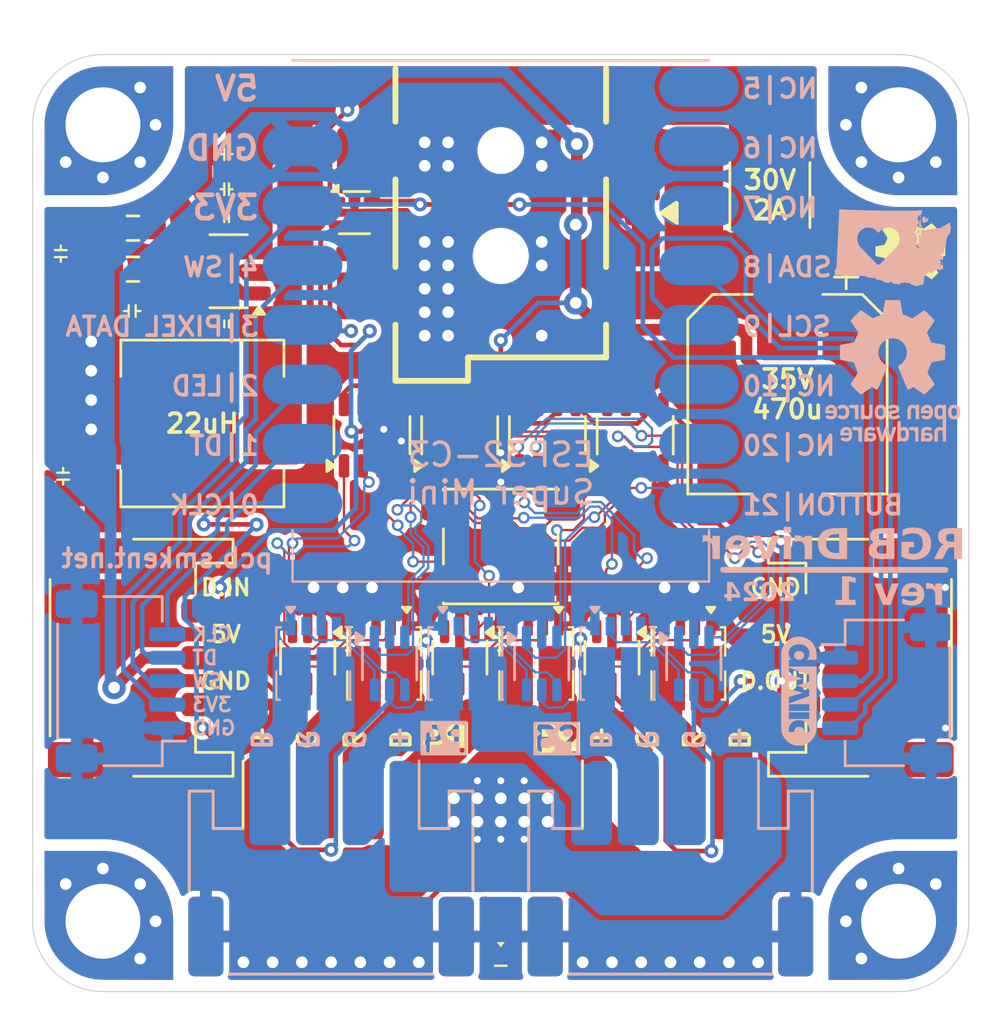
<source format=kicad_pcb>
(kicad_pcb (version 20240108) (generator "pcbnew") (generator_version "8.0")
  (layers (0 "F.Cu" signal) (31 "B.Cu" signal) (34 "B.Paste" user) (35 "F.Paste" user) (36 "B.SilkS" user "B.Silkscreen") (37 "F.SilkS" user "F.Silkscreen") (38 "B.Mask" user) (39 "F.Mask" user) (44 "Edge.Cuts" user))
  (net 0 "")
  (net 1 "+3V3")
  (net 2 "GND")
  (net 3 "+24V")
  (net 4 "Net-(U1-BOOT)")
  (net 5 "+5V")
  (net 7 "ENCODER_BUTTON")
  (net 8 "ENCODER_DT")
  (net 9 "ENCODER_CLK")
  (net 10 "SDA")
  (net 11 "SCL")
  (net 12 "STATUS_LED")
  (net 15 "Net-(LED1-A)")
  (net 16 "RGB1_R")
  (net 17 "RGB1_B")
  (net 18 "RGB1_G")
  (net 19 "RGB2_R")
  (net 20 "RGB2_G")
  (net 21 "RGB2_B")
  (net 22 "RGB1_R_EN")
  (net 23 "RGB1_B_EN")
  (net 24 "RGB1_G_EN")
  (net 25 "RGB2_R_EN")
  (net 26 "RGB2_B_EN")
  (net 27 "RGB2_G_EN")
  (net 30 "/SW")
  (net 31 "/24V_RAW")
  (net 32 "RGB3_B")
  (net 33 "RGB3_G")
  (net 34 "RGB3_R")
  (net 35 "RGB4_B")
  (net 36 "RGB4_G")
  (net 37 "RGB4_R")
  (net 38 "Net-(U2-B)")
  (net 40 "Net-(U3-DO)")
  (net 41 "Net-(U4-DO)")
  (net 42 "RGB3_G_EN")
  (net 43 "Net-(U5-DO)")
  (net 44 "RGB3_B_EN")
  (net 46 "RGB3_R_EN")
  (net 47 "RGB4_G_EN")
  (net 49 "RGB4_R_EN")
  (net 50 "RGB4_B_EN")
  (net 51 "/RGB1_G_GATE")
  (net 52 "/RGB1_R_GATE")
  (net 53 "/RGB2_G_GATE")
  (net 54 "/RGB1_B_GATE")
  (net 55 "/RGB2_B_GATE")
  (net 56 "/RGB2_R_GATE")
  (net 57 "/RGB3_G_GATE")
  (net 58 "/RGB3_R_GATE")
  (net 59 "/RGB4_G_GATE")
  (net 60 "/RGB3_B_GATE")
  (net 61 "/RGB4_B_GATE")
  (net 62 "/RGB4_R_GATE")
  (net 66 "PIXEL_DATA_5V")
  (net 67 "PIXEL_DATA_OUT")
  (net 68 "FB")
  (net 69 "PIXEL_DATA_3V3")
  (net 70 "BUTTON")
  (footprint "connectors:STEMMA-Signal-SMD-horizontal" (layer "F.Cu") (at 114.75 75.75 90)
    (property "Reference" "J6" (hide yes))
    (property "Value" "STEMMA-Signal")
  )
  (footprint "graphics:oshw-logo-3mm" (layer "F.Cu") (at 117.5 58.25)
    (property "Reference" "G***" (hide yes))
    (property "Value" "LOGO" (hide yes))
  )
  (footprint "Capacitor_SMD:CP_Elec_8x10" (layer "F.Cu") (at 112.25 64.5 -90)
    (property "Reference" "C0" (hide yes))
    (property "Value" "470u")
  )
  (footprint "passives:C_0402_1005Metric" (layer "F.Cu") (at 88.285 61.5)
    (property "Reference" "C4" (hide yes))
    (property "Value" "0u1")
  )
  (footprint "packages:PDFN-8_L3.2-W3.1-P0.65-LS3.4-BL-EP2" (layer "F.Cu") (at 108 76 180)
    (property "Reference" "Q3" (hide yes))
    (property "Value" "ZC010DNG")
  )
  (footprint "Button_Switch_SMD:SW_SPST_PTS647_Sx50" (layer "F.Cu") (at 100 71)
    (property "Reference" "SW1" (hide yes))
    (property "Value" "SW_Push")
  )
  (footprint "Resistor_SMD:R_0603_1608Metric_Pad0.98x0.95mm_HandSolder" (layer "F.Cu") (at 84.285 59.163751 180)
    (property "Reference" "R1" (hide yes))
    (property "Value" "100K")
  )
  (footprint "mechanical:MountingHole_3.2mm_M3_Pad_Via_corner_compact" (layer "F.Cu") (at 117 53 180)
    (property "Reference" "REF**" (hide yes))
    (property "Value" "MountingHole_3.2mm_M3_Pad_Via_corner_compact" (hide yes))
  )
  (footprint "custom:C_0805_2012Metric_Pad1.18x1.45mm_HandSolder" (layer "F.Cu") (at 81.25 58.5 90)
    (property "Reference" "C6" (hide yes))
    (property "Value" "22u")
  )
  (footprint "packages:PDFN-8_L3.2-W3.1-P0.65-LS3.4-BL-EP2" (layer "F.Cu") (at 101.5 76 180)
    (property "Reference" "Q2" (hide yes))
    (property "Value" "ZC010DNG")
  )
  (footprint "connectors:JST_PH_S4B-PH-SM4-TB_1x04-1MP_P2.00mm_Horizontal" (layer "F.Cu") (at 92.75 84.75)
    (property "Reference" "J1" (hide yes))
    (property "Value" "JST PH")
  )
  (footprint "connectors:STEMMA-Signal-SMD-horizontal" (layer "F.Cu") (at 85.25 75.75 -90)
    (property "Reference" "J5" (hide yes))
    (property "Value" "STEMMA-Signal")
  )
  (footprint "packages:PDFN-8_L3.2-W3.1-P0.65-LS3.4-BL-EP2" (layer "F.Cu") (at 95 76 180)
    (property "Reference" "Q1" (hide yes))
    (property "Value" "ZC010DNG")
  )
  (footprint "packages:D_SOD-123F" (layer "F.Cu") (at 107.25 56.75)
    (property "Reference" "D1" (hide yes))
    (property "Value" "D_TVS")
  )
  (footprint "packages:FSOP-8_L3.3-W1.7-P0.80-LS2.9-BL" (layer "F.Cu") (at 98.25 66.25 90)
    (property "Reference" "U4" (hide yes))
    (property "Value" "WS2811F")
  )
  (footprint "custom:C_0603_1608Metric_Pad1.08x0.95mm_HandSolder" (layer "F.Cu") (at 88.285 55.75 180)
    (property "Reference" "C2" (hide yes))
    (property "Value" "10u")
  )
  (footprint "custom:C_0805_2012Metric_Pad1.18x1.45mm_HandSolder" (layer "F.Cu") (at 81.25 68 -90)
    (property "Reference" "C7" (hide yes))
    (property "Value" "22u")
  )
  (footprint "packages:SOT-363_SC-70-6_HandSolder" (layer "F.Cu") (at 98.25 75.75 -90)
    (property "Reference" "U8" (hide yes))
    (property "Value" "NC7WZ14")
  )
  (footprint "packages:FSOP-8_L3.3-W1.7-P0.80-LS2.9-BL" (layer "F.Cu") (at 105.75 66.25 90)
    (property "Reference" "U6" (hide yes))
    (property "Value" "WS2811F")
  )
  (footprint "packages:FSOP-8_L3.3-W1.7-P0.80-LS2.9-BL" (layer "F.Cu") (at 102 66.25 90)
    (property "Reference" "U5" (hide yes))
    (property "Value" "WS2811F")
  )
  (footprint "custom:C_0603_1608Metric_Pad1.08x0.95mm_HandSolder" (layer "F.Cu") (at 88.285 54.25 180)
    (property "Reference" "C1" (hide yes))
    (property "Value" "10u")
  )
  (footprint "mechanical:MountingHole_3.2mm_M3_Pad_Via_corner_compact" (layer "F.Cu") (at 117 87 90)
    (property "Reference" "REF**" (hide yes))
    (property "Value" "MountingHole_3.2mm_M3_Pad_Via_corner_compact" (hide yes))
  )
  (footprint "passives:R_0402_1005Metric" (layer "F.Cu") (at 93.75 58.5 180)
    (property "Reference" "R3" (hide yes))
    (property "Value" "300R")
  )
  (footprint "packages:SOT-363_SC-70-6_HandSolder" (layer "F.Cu") (at 104.75 75.75 -90)
    (property "Reference" "U9" (hide yes))
    (property "Value" "NC7WZ14")
  )
  (footprint "Package_TO_SOT_SMD:SOT-563" (layer "F.Cu") (at 93.75 56.75)
    (property "Reference" "U2" (hide yes))
    (property "Value" "SN74LVC1T45DRL")
  )
  (footprint "Resistor_SMD:R_0603_1608Metric_Pad0.98x0.95mm_HandSolder" (layer "F.Cu") (at 84.285 57.413751)
    (property "Reference" "R2" (hide yes))
    (property "Value" "13K3")
  )
  (footprint "Package_TO_SOT_SMD:SOT-23-6" (layer "F.Cu") (at 88.37 59.248751 180)
    (property "Reference" "U1" (hide yes))
    (property "Value" "TPS54202DDCR")
  )
  (footprint "mechanical:MountingHole_3.2mm_M3_Pad_Via_corner_compact" (layer "F.Cu") (at 83 53 -90)
    (property "Reference" "REF**" (hide yes))
    (property "Value" "MountingHole_3.2mm_M3_Pad_Via_corner_compact" (hide yes))
  )
  (footprint "led:LED_0402_1005Metric" (layer "F.Cu") (at 100 88 90)
    (property "Reference" "LED1" (hide yes))
    (property "Value" "LED")
  )
  (footprint "packages:SOT-363_SC-70-6_HandSolder" (layer "F.Cu") (at 91.75 75.75 -90)
    (property "Reference" "U7" (hide yes))
    (property "Value" "NC7WZ14")
  )
  (footprint "passives:C_0402_1005Metric" (layer "F.Cu") (at 88.285 57 180)
    (property "Reference" "C3" (hide yes))
    (property "Value" "0u1")
  )
  (footprint "connectors:JST_PH_S4B-PH-SM4-TB_1x04-1MP_P2.00mm_Horizontal" (layer "F.Cu") (at 107.25 84.75)
    (property "Reference" "J2" (hide yes))
    (property "Value" "JST PH")
  )
  (footprint "packages:FSOP-8_L3.3-W1.7-P0.80-LS2.9-BL" (layer "F.Cu") (at 94.5 66.25 90)
    (property "Reference" "U3" (hide yes))
    (property "Value" "WS2811F")
  )
  (footprint "passives:L_Power_7.0x6.6mm_0630" (layer "F.Cu") (at 87.25 65.75 180)
    (property "Reference" "L1" (hide yes))
    (property "Value" "22u")
  )
  (footprint "custom:DC-IN_DC-050-2.0-BB_rev2" (layer "F.Cu") (at 100 57)
    (property "Reference" "J0" (hide yes))
    (property "Value" "Barrel Jack")
  )
  (footprint "passives:R_0402_1005Metric" (layer "F.Cu") (at 100 85.75 -90)
    (property "Reference" "R4" (hide yes))
    (property "Value" "10K")
  )
  (footprint "mechanical:MountingHole_3.2mm_M3_Pad_Via_corner_compact" (layer "F.Cu") (at 83 87)
    (property "Reference" "REF**" (hide yes))
    (property "Value" "MountingHole_3.2mm_M3_Pad_Via_corner_compact" (hide yes))
  )
  (footprint "custom:C_0805_2012Metric_Pad1.18x1.45mm_HandSolder" (layer "F.Cu") (at 84.25 61)
    (property "Reference" "C5" (hide yes))
    (property "Value" "22u")
  )
  (footprint "Fuse:Fuse_1812_4532Metric" (layer "F.Cu") (at 111.5 56 90)
    (property "Reference" "F1" (hide yes))
    (property "Value" "30V 2A")
  )
  (footprint "modules:ESP32-C3-Super-Mini-Castellated-SMD-only" (layer "B.Cu") (at 100 59 180)
    (property "Reference" "SM1" (hide yes))
    (property "Value" "~")
  )
  (footprint "graphics:wa-state-heart-5mm" (layer "B.Cu") (at 116.75 58.25 180)
    (property "Reference" "G***" (hide yes))
    (property "Value" "LOGO" (hide yes))
  )
  (footprint "packages:PDFN-8_L3.2-W3.1-P0.65-LS3.4-BL-EP2" (layer "B.Cu") (at 92 76)
    (property "Reference" "Q6" (hide yes))
    (property "Value" "ZC010DNG")
  )
  (footprint "connectors:JST_PH_S4B-PH-SM4-TB_1x04-1MP_P2.00mm_Horizontal" (layer "B.Cu") (at 107.25 84.75 180)
    (property "Reference" "J3" (hide yes))
    (property "Value" "JST PH")
  )
  (footprint "packages:SOT-363_SC-70-6_HandSolder" (layer "B.Cu") (at 108.25 76 -90)
    (property "Reference" "U10" (hide yes))
    (property "Value" "NC7WZ14")
  )
  (footprint "connectors:JST_PH_S4B-PH-SM4-TB_1x04-1MP_P2.00mm_Horizontal" (layer "B.Cu") (at 92.75 84.75 180)
    (property "Reference" "J4" (hide yes))
    (property "Value" "JST PH")
  )
  (footprint "connectors:JST_SH_SM05B-SRSS-TB_1x05-1MP_P1.00mm_Horizontal" (layer "B.Cu") (at 83.75 76.75 90)
    (property "Reference" "J7")
    (property "Value" "JST SH")
  )
  (footprint "connectors:Qwiic-SMD-horizontal-logo" (layer "B.Cu") (at 116.5 77.25 -90)
    (property "Reference" "J8" (hide yes))
    (property "Value" "Qwiic")
  )
  (footprint "packages:SOT-363_SC-70-6_HandSolder" (layer "B.Cu") (at 101.75 76 -90)
    (property "Reference" "U11" (hide yes))
    (property "Value" "NC7WZ14")
  )
  (footprint "Symbol:OSHW-Logo_5.7x6mm_SilkScreen" (layer "B.Cu") (at 116.75 63.5 180)
    (property "Reference" "REF**" (hide yes))
    (property "Value" "OSHW-Logo_5.7x6mm_SilkScreen" (hide yes))
  )
  (footprint "packages:SOT-363_SC-70-6_HandSolder" (layer "B.Cu") (at 95.25 76 -90)
    (property "Reference" "U12" (hide yes))
    (property "Value" "NC7WZ14")
  )
  (footprint "packages:PDFN-8_L3.2-W3.1-P0.65-LS3.4-BL-EP2" (layer "B.Cu") (at 98.5 76)
    (property "Reference" "Q5" (hide yes))
    (property "Value" "ZC010DNG")
  )
  (footprint "packages:PDFN-8_L3.2-W3.1-P0.65-LS3.4-BL-EP2" (layer "B.Cu") (at 105 76)
    (property "Reference" "Q4" (hide yes))
    (property "Value" "ZC010DNG")
  )
  (gr_line (start 119 72) (end 109.5 72) (stroke (width 0.25)) (layer "B.SilkS"))
  (gr_poly (pts (arc (start 117 90) (mid 119.12132 89.12132) (end 120 87)) (arc (start 120 53) (mid 119.12132 50.87868) (end 117 50)) (arc (start 83 50) (mid 80.87868 50.87868) (end 80 53)) (arc (start 80 87) (mid 80.87868 89.12132) (end 83 90))) (stroke (width 0.05)) (fill none) (layer "Edge.Cuts"))
  (gr_text "R" (at 106.25 79.75 -90) (layer "B.SilkS") (effects (font (size 0.8 0.8) (thickness 0.16) (bold yes)) (justify left mirror)))
  (gr_text "2024" (at 109.5 73 0) (layer "B.SilkS") (effects (font (size 0.8 0.8) (thickness 0.24) (bold yes)) (justify right mirror)))
  (gr_text "rev 1" (at 119 73 0) (layer "B.SilkS") (effects (font (size 1.2 1.2) (thickness 0.24) (bold yes)) (justify left mirror)))
  (gr_text "+" (at 110.25 79.75 -90) (layer "B.SilkS") (effects (font (size 0.8 0.8) (thickness 0.16) (bold yes)) (justify left mirror)))
  (gr_text "RGB Driver" (at 114.25 71 -0) (layer "B.SilkS") (effects (font (size 1.3 1.3) (thickness 0.3) (bold yes)) (justify mirror)))
  (gr_text "pcb.smkent.net" (at 85.75 71.5 0) (layer "B.SilkS") (effects (font (size 0.8 0.8) (thickness 0.16) (bold yes)) (justify mirror)))
  (gr_text "B" (at 104.25 79.75 -90) (layer "B.SilkS") (effects (font (size 0.8 0.8) (thickness 0.16) (bold yes)) (justify left mirror)))
  (gr_text "1|DT" (at 89.75 66.6965 0) (layer "B.SilkS") (effects (font (size 0.8 0.8) (thickness 0.16) (bold yes)) (justify left mirror)))
  (gr_text "NC|10" (at 110.25 64.1565 0) (layer "B.SilkS") (effects (font (size 0.8 0.8) (thickness 0.16) (bold yes)) (justify right mirror)))
  (gr_text "SCL|9" (at 110.25 61.6165 0) (layer "B.SilkS") (effects (font (size 0.8 0.8) (thickness 0.16) (bold yes)) (justify right mirror)))
  (gr_text "3V3" (at 86.75 77.75 -0) (layer "B.SilkS") (effects (font (size 0.6 0.6) (thickness 0.12) (bold yes)) (justify right mirror)))
  (gr_text "3|PIXEL DATA" (at 89.75 61.6165 0) (layer "B.SilkS") (effects (font (size 0.8 0.8) (thickness 0.16) (bold yes)) (justify left mirror)))
  (gr_text "NC|20" (at 110.25 66.6965 0) (layer "B.SilkS") (effects (font (size 0.8 0.8) (thickness 0.16) (bold yes)) (justify right mirror)))
  (gr_text "SDA|8" (at 110.25 59.0765 0) (layer "B.SilkS") (effects (font (size 0.8 0.8) (thickness 0.16) (bold yes)) (justify right mirror)))
  (gr_text "G" (at 93.75 79.75 -90) (layer "B.SilkS") (effects (font (size 0.8 0.8) (thickness 0.16) (bold yes)) (justify left mirror)))
  (gr_text "B" (at 89.75 79.75 -90) (layer "B.SilkS") (effects (font (size 0.8 0.8) (thickness 0.16) (bold yes)) (justify left mirror)))
  (gr_text "P3" (at 103.5 79.25 -0) (layer "B.SilkS" knockout) (effects (font (size 1 1) (thickness 0.2) (bold yes)) (justify left mirror)))
  (gr_text "NC|7" (at 110.25 56.5365 0) (layer "B.SilkS") (effects (font (size 0.8 0.8) (thickness 0.16) (bold yes)) (justify right mirror)))
  (gr_text "GND" (at 86.75 78.75 -0) (layer "B.SilkS") (effects (font (size 0.6 0.6) (thickness 0.12) (bold yes)) (justify right mirror)))
  (gr_text "DT" (at 86.75 75.75 -0) (layer "B.SilkS") (effects (font (size 0.6 0.6) (thickness 0.12) (bold yes)) (justify right mirror)))
  (gr_text "NC|6" (at 110.25 53.9965 0) (layer "B.SilkS") (effects (font (size 0.8 0.8) (thickness 0.16) (bold yes)) (justify right mirror)))
  (gr_text "CLK" (at 86.75 74.75 -0) (layer "B.SilkS") (effects (font (size 0.6 0.6) (thickness 0.12) (bold yes)) (justify right mirror)))
  (gr_text "GND" (at 89.75 53.9965 0) (layer "B.SilkS") (effects (font (size 1 1) (thickness 0.2) (bold yes)) (justify left mirror)))
  (gr_text "+" (at 95.75 79.75 -90) (layer "B.SilkS") (effects (font (size 0.8 0.8) (thickness 0.16) (bold yes)) (justify left mirror)))
  (gr_text "SW" (at 86.75 76.75 -0) (layer "B.SilkS") (effects (font (size 0.6 0.6) (thickness 0.12) (bold yes)) (justify right mirror)))
  (gr_text "P4" (at 96.5 79.25 -0) (layer "B.SilkS" knockout) (effects (font (size 1 1) (thickness 0.2) (bold yes)) (justify right mirror)))
  (gr_text "0|CLK" (at 89.75 69.2365 0) (layer "B.SilkS") (effects (font (size 0.8 0.8) (thickness 0.16) (bold yes)) (justify left mirror)))
  (gr_text "4|SW" (at 89.75 59.0765 0) (layer "B.SilkS") (effects (font (size 0.8 0.8) (thickness 0.16) (bold yes)) (justify left mirror)))
  (gr_text "2|LED" (at 89.75 64.1565 0) (layer "B.SilkS") (effects (font (size 0.8 0.8) (thickness 0.16) (bold yes)) (justify left mirror)))
  (gr_text "G" (at 108.25 79.75 -90) (layer "B.SilkS") (effects (font (size 0.8 0.8) (thickness 0.16) (bold yes)) (justify left mirror)))
  (gr_text "3V3" (at 89.75 56.5365 0) (layer "B.SilkS") (effects (font (size 1 1) (thickness 0.2) (bold yes)) (justify left mirror)))
  (gr_text "R" (at 91.75 79.75 -90) (layer "B.SilkS") (effects (font (size 0.8 0.8) (thickness 0.16) (bold yes)) (justify left mirror)))
  (gr_text "BUTTON|21" (at 110.25 69.2365 0) (layer "B.SilkS") (effects (font (size 0.8 0.8) (thickness 0.16) (bold yes)) (justify right mirror)))
  (gr_text "5V" (at 89.75 51.4565 0) (layer "B.SilkS") (effects (font (size 1 1) (thickness 0.2) (bold yes)) (justify left mirror)))
  (gr_text "NC|5" (at 110.25 51.4565 0) (layer "B.SilkS") (effects (font (size 0.8 0.8) (thickness 0.16) (bold yes)) (justify right mirror)))
  (gr_text "P2" (at 103.5 79.25 0) (layer "F.SilkS" knockout) (effects (font (size 1 1) (thickness 0.2) (bold yes)) (justify right)))
  (gr_text "35V\n470u" (at 112.25 64.5 0) (layer "F.SilkS") (effects (font (size 0.8 0.8) (thickness 0.16) (bold yes))))
  (gr_text "22uH" (at 87.25 65.75 0) (layer "F.SilkS") (effects (font (size 0.8 0.8) (thickness 0.16) (bold yes))))
  (gr_text "5V" (at 88.25 74.75 0) (layer "F.SilkS") (effects (font (size 0.7 0.7) (thickness 0.14) (bold yes))))
  (gr_text "GND" (at 111.75 72.75 0) (layer "F.SilkS") (effects (font (size 0.7 0.7) (thickness 0.14) (bold yes))))
  (gr_text "+" (at 104.25 79.75 90) (layer "F.SilkS") (effects (font (size 0.8 0.8) (thickness 0.16) (bold yes)) (justify left)))
  (gr_text "B" (at 95.75 79.75 90) (layer "F.SilkS") (effects (font (size 0.8 0.8) (thickness 0.16) (bold yes)) (justify left)))
  (gr_text "B" (at 110.25 79.75 90) (layer "F.SilkS") (effects (font (size 0.8 0.8) (thickness 0.16) (bold yes)) (justify left)))
  (gr_text "R" (at 93.75 79.75 90) (layer "F.SilkS") (effects (font (size 0.8 0.8) (thickness 0.16) (bold yes)) (justify left)))
  (gr_text "G" (at 106.25 79.75 90) (layer "F.SilkS") (effects (font (size 0.8 0.8) (thickness 0.16) (bold yes)) (justify left)))
  (gr_text "G" (at 91.75 79.75 90) (layer "F.SilkS") (effects (font (size 0.8 0.8) (thickness 0.16) (bold yes)) (justify left)))
  (gr_text "D.OUT" (at 111.75 76.75 0) (layer "F.SilkS") (effects (font (size 0.7 0.7) (thickness 0.14) (bold yes))))
  (gr_text "GND" (at 88.25 76.75 0) (layer "F.SilkS") (effects (font (size 0.7 0.7) (thickness 0.14) (bold yes))))
  (gr_text "5V" (at 111.75 74.75 0) (layer "F.SilkS") (effects (font (size 0.7 0.7) (thickness 0.14) (bold yes))))
  (gr_text "P1" (at 96.5 79.25 0) (layer "F.SilkS" knockout) (effects (font (size 1 1) (thickness 0.2) (bold yes)) (justify left)))
  (gr_text "+" (at 89.75 79.75 90) (layer "F.SilkS") (effects (font (size 0.8 0.8) (thickness 0.16) (bold yes)) (justify left)))
  (gr_text "30V\n2A" (at 111.5 56 0) (layer "F.SilkS") (effects (font (size 0.8 0.8) (thickness 0.16) (bold yes))))
  (gr_text "R" (at 108.25 79.75 90) (layer "F.SilkS") (effects (font (size 0.8 0.8) (thickness 0.16) (bold yes)) (justify left)))
  (gr_text "D.IN" (at 88.25 72.75 0) (layer "F.SilkS") (effects (font (size 0.7 0.7) (thickness 0.14) (bold yes))))
  (segment (start 96.4 56.25) (end 94.5 56.25) (width 0.2) (layer "F.Cu") (net 1))
  (segment (start 96.55 56.4) (end 100.8 56.4) (width 0.2) (layer "F.Cu") (net 1))
  (segment (start 96.55 56.4) (end 96.4 56.25) (width 0.2) (layer "F.Cu") (net 1))
  (via (at 100.8 56.4) (size 0.6) (drill 0.3) (layers "F.Cu" "B.Cu") (net 1))
  (via (at 96.55 56.4) (size 0.6) (drill 0.3) (layers "F.Cu" "B.Cu") (net 1))
  (segment (start 83.875 73.207282) (end 83.875 76.290552) (width 0.2) (layer "B.Cu") (net 1))
  (segment (start 92.38 56.46) (end 91.593654 56.46) (width 0.2) (layer "B.Cu") (net 1))
  (segment (start 107.383654 62.93) (end 114.68 62.93) (width 0.2) (layer "B.Cu") (net 1))
  (segment (start 114.68 62.93) (end 115.825 64.075) (width 0.2) (layer "B.Cu") (net 1))
  (segment (start 88.73 67.204314) (end 86.307562 69.626752) (width 0.2) (layer "B.Cu") (net 1))
  (segment (start 91.593654 56.46) (end 89.13 58.923654) (width 0.2) (layer "B.Cu") (net 1))
  (segment (start 88.73 65.812282) (end 88.73 67.204314) (width 0.2) (layer "B.Cu") (net 1))
  (segment (start 104.4 56.4) (end 106.07 58.07) (width 0.2) (layer "B.Cu") (net 1))
  (segment (start 86.307562 69.626752) (end 86.307562 70.77472) (width 0.2) (layer "B.Cu") (net 1))
  (segment (start 83.875 76.290552) (end 85.334448 77.75) (width 0.2) (layer "B.Cu") (net 1))
  (segment (start 115.825 64.075) (end 115.825 76.359314) (width 0.2) (layer "B.Cu") (net 1))
  (segment (start 100.8 56.4) (end 104.4 56.4) (width 0.2) (layer "B.Cu") (net 1))
  (segment (start 115.825 76.359314) (end 115.434314 76.75) (width 0.2) (layer "B.Cu") (net 1))
  (segment (start 89.13 65.412282) (end 88.73 65.812282) (width 0.2) (layer "B.Cu") (net 1))
  (segment (start 115.434314 76.75) (end 114.5 76.75) (width 0.2) (layer "B.Cu") (net 1))
  (segment (start 85.334448 77.75) (end 85.75 77.75) (width 0.2) (layer "B.Cu") (net 1))
  (segment (start 106.07 58.07) (end 106.07 61.616346) (width 0.2) (layer "B.Cu") (net 1))
  (segment (start 92.44 56.4) (end 92.38 56.46) (width 0.2) (layer "B.Cu") (net 1))
  (segment (start 106.07 61.616346) (end 107.383654 62.93) (width 0.2) (layer "B.Cu") (net 1))
  (segment (start 96.55 56.4) (end 92.44 56.4) (width 0.2) (layer "B.Cu") (net 1))
  (segment (start 86.307562 70.77472) (end 83.875 73.207282) (width 0.2) (layer "B.Cu") (net 1))
  (segment (start 89.13 58.923654) (end 89.13 65.412282) (width 0.2) (layer "B.Cu") (net 1))
  (segment (start 103.2 67.56) (end 103.2 68.059998) (width 0.2) (layer "F.Cu") (net 2))
  (segment (start 102.899999 68.36) (end 99.45 68.36) (width 0.2) (layer "F.Cu") (net 2))
  (segment (start 88.345 59.60375) (end 88.345 57.896067) (width 0.5) (layer "F.Cu") (net 2))
  (segment (start 89.72 60.198751) (end 88.940001 60.198751) (width 0.5) (layer "F.Cu") (net 2))
  (segment (start 119.4 78.35) (end 119.4 73.15) (width 0.2) (layer "F.Cu") (net 2))
  (segment (start 88.345 57.896067) (end 87.805 57.356067) (width 0.5) (layer "F.Cu") (net 2))
  (segment (start 88.940001 60.198751) (end 88.345 59.60375) (width 0.5) (layer "F.Cu") (net 2))
  (segment (start 99.45 68.36) (end 99.45 67.56) (width 0.2) (layer "F.Cu") (net 2))
  (segment (start 117.65 80.1) (end 119.4 78.35) (width 0.2) (layer "F.Cu") (net 2))
  (segment (start 103.2 68.059998) (end 103.004999 68.254999) (width 0.2) (layer "F.Cu") (net 2))
  (segment (start 103.004999 68.254999) (end 102.899999 68.36) (width 0.2) (layer "F.Cu") (net 2))
  (segment (start 119.4 73.15) (end 117.65 71.4) (width 0.2) (layer "F.Cu") (net 2))
  (segment (start 87.805 57.356067) (end 87.805 57) (width 0.5) (layer "F.Cu") (net 2))
  (via (at 97.75 59) (size 1) (drill 0.5) (layers "F.Cu" "B.Cu") (net 2))
  (via (at 96.75 58) (size 1) (drill 0.5) (layers "F.Cu" "B.Cu") (net 2))
  (via (at 101.75 53.75) (size 1) (drill 0.5) (layers "F.Cu" "B.Cu") (net 2))
  (via (at 95.75 66.5) (size 0.6) (drill 0.3) (layers "F.Cu" "B.Cu") (net 2))
  (via (at 96.75 60) (size 1) (drill 0.5) (layers "F.Cu" "B.Cu") (net 2))
  (via (at 100.75 72.75) (size 1) (drill 0.5) (layers "F.Cu" "B.Cu") (net 2))
  (via (at 109.75 88.75) (size 1) (drill 0.5) (layers "F.Cu" "B.Cu") (net 2))
  (via (at 96.75 54.75) (size 1) (drill 0.5) (layers "F.Cu" "B.Cu") (net 2))
  (via (at 96.75 62) (size 1) (drill 0.5) (layers "F.Cu" "B.Cu") (net 2))
  (via (at 95.25 88.75) (size 1) (drill 0.5) (layers "F.Cu" "B.Cu") (net 2))
  (via (at 100 68.25) (size 0.6) (drill 0.3) (layers "F.Cu" "B.Cu") (net 2))
  (via (at 104.75 88.75) (size 1) (drill 0.5) (layers "F.Cu" "B.Cu") (net 2))
  (via (at 111 88.75) (size 1) (drill 0.5) (layers "F.Cu" "B.Cu") (net 2))
  (via (at 107 72.75) (size 1) (drill 0.5) (layers "F.Cu" "B.Cu") (net 2))
  (via (at 119 72.75) (size 0.6) (drill 0.3) (layers "F.Cu" "B.Cu") (net 2))
  (via (at 107.25 88.75) (size 1) (drill 0.5) (layers "F.Cu" "B.Cu") (net 2))
  (via (at 97.75 58) (size 1) (drill 0.5) (layers "F.Cu" "B.Cu") (net 2))
  (via (at 96.5 88.75) (size 1) (drill 0.5) (layers "F.Cu" "B.Cu") (net 2))
  (via (at 100 67) (size 0.6) (drill 0.3) (layers "F.Cu" "B.Cu") (net 2))
  (via (at 106 88.75) (size 1) (drill 0.5) (layers "F.Cu" "B.Cu") (net 2))
  (via (at 93.25 72.75) (size 1) (drill 0.5) (layers "F.Cu" "B.Cu") (net 2))
  (via (at 101.75 58) (size 1) (drill 0.5) (layers "F.Cu" "B.Cu") (net 2))
  (via (at 103.5 88.75) (size 1) (drill 0.5) (layers "F.Cu" "B.Cu") (net 2))
  (via (at 101.75 59) (size 1) (drill 0.5) (layers "F.Cu" "B.Cu") (net 2))
  (via (at 101.75 54.75) (size 1) (drill 0.5) (layers "F.Cu" "B.Cu") (net 2))
  (via (at 97.75 60) (size 1) (drill 0.5) (layers "F.Cu" "B.Cu") (net 2))
  (via (at 96.75 59) (size 1) (drill 0.5) (layers "F.Cu" "B.Cu") (net 2))
  (via (at 108.25 72.75) (size 1) (drill 0.5) (layers "F.Cu" "B.Cu") (net 2))
  (via (at 97.75 62) (size 1) (drill 0.5) (layers "F.Cu" "B.Cu") (net 2))
  (via (at 91.5 88.75) (size 1) (drill 0.5) (layers "F.Cu" "B.Cu") (net 2))
  (via (at 97.75 61) (size 1) (drill 0.5) (layers "F.Cu" "B.Cu") (net 2))
  (via (at 90.25 88.75) (size 1) (drill 0.5) (layers "F.Cu" "B.Cu") (net 2))
  (via (at 101.75 62) (size 1) (drill 0.5) (layers "F.Cu" "B.Cu") (net 2))
  (via (at 89 88.75) (size 1) (drill 0.5) (layers "F.Cu" "B.Cu") (net 2))
  (via (at 97.75 53.75) (size 1) (drill 0.5) (layers "F.Cu" "B.Cu") (net 2))
  (via (at 94.5 72.75) (size 1) (drill 0.5) (layers "F.Cu" "B.Cu") (net 2))
  (via (at 96.75 53.75) (size 1) (drill 0.5) (layers "F.Cu" "B.Cu") (net 2))
  (via (at 94 88.75) (size 1) (drill 0.5) (layers "F.Cu" "B.Cu") (net 2))
  (via (at 97.75 54.75) (size 1) (drill 0.5) (layers "F.Cu" "B.Cu") (net 2))
  (via (at 108.5 88.75) (size 1) (drill 0.5) (layers "F.Cu" "B.Cu") (net 2))
  (via (at 92.75 88.75) (size 1) (drill 0.5) (layers "F.Cu" "B.Cu") (net 2))
  (via (at 95 66) (size 0.6) (drill 0.3) (layers "F.Cu" "B.Cu") (net 2))
  (via (at 119 78.75) (size 0.6) (drill 0.3) (layers "F.Cu" "B.Cu") (net 2))
  (via (at 92 72.75) (size 1) (drill 0.5) (layers "F.Cu" "B.Cu") (net 2))
  (via (at 96.75 61) (size 1) (drill 0.5) (layers "F.Cu" "B.Cu") (net 2))
  (via (at 101 83.5) (size 0.6) (drill 0.3) (layers "F.Cu" "B.Cu") (net 3))
  (via (at 99 81.75) (size 1) (drill 0.5) (layers "F.Cu" "B.Cu") (net 3))
  (via (at 101 81) (size 0.6) (drill 0.3) (layers "F.Cu" "B.Cu") (net 3))
  (via (at 99 82.75) (size 1) (drill 0.5) (layers "F.Cu" "B.Cu") (net 3))
  (via (at 98 81.75) (size 1) (drill 0.5) (layers "F.Cu" "B.Cu") (net 3))
  (via (at 99 81) (size 0.6) (drill 0.3) (layers "F.Cu" "B.Cu") (net 3))
  (via (at 100 83.5) (size 0.6) (drill 0.3) (layers "F.Cu" "B.Cu") (net 3))
  (via (at 99 83.5) (size 0.6) (drill 0.3) (layers "F.Cu" "B.Cu") (net 3))
  (via (at 101 81.75) (size 1) (drill 0.5) (layers "F.Cu" "B.Cu") (net 3))
  (via (at 102 81.75) (size 1) (drill 0.5) (layers "F.Cu" "B.Cu") (net 3))
  (via (at 100 81.75) (size 1) (drill 0.5) (layers "F.Cu" "B.Cu") (net 3))
  (via (at 101 82.75) (size 1) (drill 0.5) (layers "F.Cu" "B.Cu") (net 3))
  (via (at 100 82.75) (size 1) (drill 0.5) (layers "F.Cu" "B.Cu") (net 3))
  (via (at 98 82.75) (size 1) (drill 0.5) (layers "F.Cu" "B.Cu") (net 3))
  (via (at 102 82.75) (size 1) (drill 0.5) (layers "F.Cu" "B.Cu") (net 3))
  (via (at 100 81) (size 0.6) (drill 0.3) (layers "F.Cu" "B.Cu") (net 3))
  (segment (start 87.2325 60.198751) (end 87.2325 60.9275) (width 0.2) (layer "F.Cu") (net 4))
  (segment (start 87.2325 60.9275) (end 87.805 61.5) (width 0.2) (layer "F.Cu") (net 4))
  (segment (start 84.75 75.75) (end 88.1 75.75) (width 0.5) (layer "F.Cu") (net 5))
  (segment (start 96.91 75.114446) (end 96.91 77.182746) (width 0.1) (layer "F.Cu") (net 5))
  (segment (start 96.25 64.14) (end 97.05 64.94) (width 0.2) (layer "F.Cu") (net 5))
  (segment (start 100 64.14) (end 100.8 64.94) (width 0.2) (layer "F.Cu") (net 5))
  (segment (start 91.75 76.875) (end 91.75 77.374999) (width 0.2) (layer "F.Cu") (net 5))
  (segment (start 91.374999 77.75) (end 90.906544 77.75) (width 0.2) (layer "F.Cu") (net 5))
  (segment (start 97.937501 77.687499) (end 98.25 77.375) (width 0.1) (layer "F.Cu") (net 5))
  (segment (start 103.25 53.820711) (end 103.25 57.21) (width 0.5) (layer "F.Cu") (net 5))
  (segment (start 97.414753 77.687499) (end 97.937501 77.687499) (width 0.1) (layer "F.Cu") (net 5))
  (segment (start 104.75 76.875) (end 104.75 77.293456) (width 0.2) (layer "F.Cu") (net 5))
  (segment (start 83.476538 77.023462) (end 84.75 75.75) (width 0.5) (layer "F.Cu") (net 5))
  (segment (start 113.95 63.5) (end 113.95 69.546878) (width 0.5) (layer "F.Cu") (net 5))
  (segment (start 110.25 61.75) (end 110.5 62) (width 0.5) (layer "F.Cu") (net 5))
  (segment (start 91.265256 83.95) (end 90.906544 83.591288) (width 0.2) (layer "F.Cu") (net 5))
  (segment (start 90.906544 83.591288) (end 90.906544 77.75) (width 0.2) (layer "F.Cu") (net 5))
  (segment (start 103.852254 77.625) (end 104.499999 77.625) (width 0.1) (layer "F.Cu") (net 5))
  (segment (start 113.95 69.546878) (end 113.5 69.996878) (width 0.5) (layer "F.Cu") (net 5))
  (segment (start 93.45 52.365256) (end 92.7 53.115256) (width 0.2) (layer "F.Cu") (net 5))
  (segment (start 92.7 53.115256) (end 92.7 55.95) (width 0.2) (layer "F.Cu") (net 5))
  (segment (start 104.75 77.293456) (end 105.206544 77.75) (width 0.2) (layer "F.Cu") (net 5))
  (segment (start 106 78) (end 106 78.75) (width 0.2) (layer "F.Cu") (net 5))
  (segment (start 112.646878 75.75) (end 111.9 75.75) (width 0.5) (layer "F.Cu") (net 5))
  (segment (start 111.003122 63.5) (end 113.95 63.5) (width 0.5) (layer "F.Cu") (net 5))
  (segment (start 103.41 77.182746) (end 103.852254 77.625) (width 0.1) (layer "F.Cu") (net 5))
  (segment (start 105.75 77.75) (end 106 78) (width 0.2) (layer "F.Cu") (net 5))
  (segment (start 100 64.14) (end 100 62.2) (width 0.2) (layer "F.Cu") (net 5))
  (segment (start 96.91 77.182746) (end 97.414753 77.687499) (width 0.1) (layer "F.Cu") (net 5))
  (segment (start 97.350001 64.14) (end 100 64.14) (width 0.2) (layer "F.Cu") (net 5))
  (segment (start 114.1 74.296878) (end 112.646878 75.75) (width 0.5) (layer "F.Cu") (net 5))
  (segment (start 98.25 77.375) (end 98.25 76.875) (width 0.1) (layer "F.Cu") (net 5))
  (segment (start 107.05 79.8) (end 107.05 83.55) (width 0.2) (layer "F.Cu") (net 5))
  (segment (start 113.5 72.603122) (end 114.1 73.203122) (width 0.5) (layer "F.Cu") (net 5))
  (segment (start 93.3 64.440001) (end 93.600001 64.14) (width 0.2) (layer "F.Cu") (net 5))
  (segment (start 97.05 64.94) (end 97.05 64.440001) (width 0.2) (layer "F.Cu") (net 5))
  (segment (start 104.35 61.75) (end 110.25 61.75) (width 0.5) (layer "F.Cu") (net 5))
  (segment (start 113.5 69.996878) (end 113.5 72.603122) (width 0.5) (layer "F.Cu") (net 5))
  (segment (start 93.600001 64.14) (end 96.25 64.14) (width 0.2) (layer "F.Cu") (net 5))
  (segment (start 100.8 64.94) (end 100.8 64.440001) (width 0.2) (layer "F.Cu") (net 5))
  (segment (start 103.395186 74.942074) (end 103.41 74.956888) (width 0.1) (layer "F.Cu") (net 5))
  (segment (start 93.3 64.94) (end 93.3 64.440001) (width 0.2) (layer "F.Cu") (net 5))
  (segment (start 110.5 62.996878) (end 111.003122 63.5) (width 0.5) (layer "F.Cu") (net 5))
  (segment (start 96.813475 75.017921) (end 96.91 75.114446) (width 0.1) (layer "F.Cu") (net 5))
  (segment (start 114.1 73.203122) (end 114.1 74.296878) (width 0.5) (layer "F.Cu") (net 5))
  (segment (start 110.9 76.75) (end 111.9 75.75) (width 0.2) (layer "F.Cu") (net 5))
  (segment (start 100.8 64.440001) (end 101.100001 64.14) (width 0.2) (layer "F.Cu") (net 5))
  (segment (start 107.05 83.55) (end 107.5 84) (width 0.2) (layer "F.Cu") (net 5))
  (segment (start 104.499999 77.625) (end 104.75 77.374999) (width 0.1) (layer "F.Cu") (net 5))
  (segment (start 110.5 62) (end 110.5 62.996878) (width 0.5) (layer "F.Cu") (net 5))
  (segment (start 92.75 83.95) (end 91.265256 83.95) (width 0.2) (layer "F.Cu") (net 5))
  (segment (start 103.2 60.6) (end 104.35 61.75) (width 0.5) (layer "F.Cu") (net 5))
  (segment (start 103.75 64.14) (end 104.55 64.94) (width 0.2) (layer "F.Cu") (net 5))
  (segment (start 105.206544 77.75) (end 105.75 77.75) (width 0.2) (layer "F.Cu") (net 5))
  (segment (start 101.100001 64.14) (end 103.75 64.14) (width 0.2) (layer "F.Cu") (net 5))
  (segment (start 104.75 77.374999) (end 104.75 76.875) (width 0.1) (layer "F.Cu") (net 5))
  (segment (start 107.5 84) (end 109 84) (width 0.2) (layer "F.Cu") (net 5))
  (segment (start 91.75 77.374999) (end 91.374999 77.75) (width 0.2) (layer "F.Cu") (net 5))
  (segment (start 97.05 64.440001) (end 97.350001 64.14) (width 0.2) (layer "F.Cu") (net 5))
  (segment (start 106 78.75) (end 107.05 79.8) (width 0.2) (layer "F.Cu") (net 5))
  (segment (start 90.906544 77.75) (end 88.906544 75.75) (width 0.2) (layer "F.Cu") (net 5))
  (segment (start 103.25 57.21) (end 103.2 57.26) (width 0.5) (layer "F.Cu") (net 5))
  (segment (start 92.7 55.95) (end 93 56.25) (width 0.2) (layer "F.Cu") (net 5))
  (segment (start 103.41 74.956888) (end 103.41 77.182746) (width 0.1) (layer "F.Cu") (net 5))
  (segment (start 110.25 76.75) (end 110.9 76.75) (width 0.2) (layer "F.Cu") (net 5))
  (segment (start 88.906544 75.75) (end 88.1 75.75) (width 0.2) (layer "F.Cu") (net 5))
  (via (at 82.5 64.75) (size 1) (drill 0.5) (layers "F.Cu" "B.Cu") (net 5))
  (via (at 109 84) (size 0.6) (drill 0.3) (layers "F.Cu" "B.Cu") (net 5))
  (via (at 103.395186 74.942074) (size 0.6) (drill 0.3) (layers "F.Cu" "B.Cu") (net 5))
  (via (at 103.2 60.6) (size 1) (drill 0.5) (layers "F.Cu" "B.Cu") (net 5))
  (via (at 83.476538 77.023462) (size 1) (drill 0.5) (layers "F.Cu" "B.Cu") (net 5))
  (via (at 82.5 66) (size 1) (drill 0.5) (layers "F.Cu" "B.Cu") (net 5))
  (via (at 96.813475 75.017921) (size 0.6) (drill 0.3) (layers "F.Cu" "B.Cu") (net 5))
  (via (at 92.75 83.95) (size 0.6) (drill 0.3) (layers "F.Cu" "B.Cu") (net 5))
  (via (at 100 62.2) (size 0.6) (drill 0.3) (layers "F.Cu" "B.Cu") (net 5))
  (via (at 110.25 76.75) (size 0.6) (drill 0.3) (layers "F.Cu" "B.Cu") (net 5))
  (via (at 82.5 62.25) (size 1) (drill 0.5) (layers "F.Cu" "B.Cu") (net 5))
  (via (at 93.45 52.365256) (size 0.6) (drill 0.3) (layers "F.Cu" "B.Cu") (net 5))
  (via (at 103.2 57.26) (size 1) (drill 0.5) (layers "F.Cu" "B.Cu") (net 5))
  (via (at 82.5 63.5) (size 1) (drill 0.5) (layers "F.Cu" "B.Cu") (net 5))
  (via (at 103.25 53.820711) (size 1) (drill 0.5) (layers "F.Cu" "B.Cu") (net 5))
  (segment (start 109.093456 78) (end 108.625001 78) (width 0.2) (layer "B.Cu") (net 5))
  (segment (start 96.59 77.432746) (end 96.147746 77.875) (width 0.1) (layer "B.Cu") (net 5))
  (segment (start 83.325 76.871924) (end 83.325 66.825) (width 0.5) (layer "B.Cu") (net 5))
  (segment (start 102.647746 77.875) (end 102.000001 77.875) (width 0.1) (layer "B.Cu") (net 5))
  (segment (start 96.59 75.241396) (end 96.59 77.432746) (width 0.1) (layer "B.Cu") (net 5))
  (segment (start 95.25 77.624999) (end 95.25 77.125) (width 0.2) (layer "B.Cu") (net 5))
  (segment (start 95.500001 77.875) (end 95.25 77.624999) (width 0.1) (layer "B.Cu") (net 5))
  (segment (start 92.75 83.95) (end 92.95 83.75) (width 0.2) (layer "B.Cu") (net 5))
  (segment (start 93.01 50.75) (end 100.179289 50.75) (width 0.5) (layer "B.Cu") (net 5))
  (segment (start 93.45 52.365256) (end 93.365256 52.365256) (width 0.2) (layer "B.Cu") (net 5))
  (segment (start 92.38 51.38) (end 93.01 50.75) (width 0.5) (layer "B.Cu") (net 5))
  (segment (start 93.365256 52.365256) (end 92.38 51.38) (width 0.2) (layer "B.Cu") (net 5))
  (segment (start 82.5 58.807148) (end 82.5 62.25) (width 0.5) (layer "B.Cu") (net 5))
  (segment (start 92.95 79.924999) (end 95.25 77.624999) (width 0.2) (layer "B.Cu") (net 5))
  (segment (start 109.05 83.95) (end 109 84) (width 0.2) (layer "B.Cu") (net 5))
  (segment (start 96.813475 75.017921) (end 96.59 75.241396) (width 0.1) (layer "B.Cu") (net 5))
  (segment (start 103.395186 74.942074) (end 103.09 75.24726) (width 0.1) (layer "B.Cu") (net 5))
  (segment (start 82.5 62.25) (end 82.5 63.5) (width 0.5) (layer "B.Cu") (net 5))
  (segment (start 101.6 60.6) (end 103.2 60.6) (width 0.2) (layer "B.Cu") (net 5))
  (segment (start 109.05 80.165256) (end 109.05 83.95) (width 0.2) (layer "B.Cu") (net 5))
  (segment (start 103.2 60.6) (end 103.2 57.26) (width 0.5) (layer "B.Cu") (net 5))
  (segment (start 86.755 54.552148) (end 82.5 58.807148) (width 0.5) (layer "B.Cu") (net 5))
  (segment (start 92.95 83.75) (end 92.95 79.924999) (width 0.2) (layer "B.Cu") (net 5))
  (segment (start 96.147746 77.875) (end 95.500001 77.875) (width 0.1) (layer "B.Cu") (net 5))
  (segment (start 101.75 77.624999) (end 101.75 77.125) (width 0.1) (layer "B.Cu") (net 5))
  (segment (start 103.09 75.24726) (end 103.09 77.432746) (width 0.1) (layer "B.Cu") (net 5))
  (segment (start 83.476538 77.023462) (end 83.325 76.871924) (width 0.5) (layer "B.Cu") (net 5))
  (segment (start 110.25 76.75) (end 110.25 76.843456) (width 0.2) (layer "B.Cu") (net 5))
  (segment (start 108.25 79.365256) (end 109.05 80.165256) (width 0.2) (layer "B.Cu") (net 5))
  (segment (start 82.5 64.75) (end 82.5 66) (width 0.5) (layer "B.Cu") (net 5))
  (segment (start 82.5 63.5) (end 82.5 64.75) (width 0.5) (layer "B.Cu") (net 5))
  (segment (start 92.38 51.38) (end 88.12 51.38) (width 0.5) (layer "B.Cu") (net 5))
  (segment (start 100 62.2) (end 101.6 60.6) (width 0.2) (layer "B.Cu") (net 5))
  (segment (start 103.09 77.432746) (end 102.647746 77.875) (width 0.1) (layer "B.Cu") (net 5))
  (segment (start 100.179289 50.75) (end 103.25 53.820711) (width 0.5) (layer "B.Cu") (net 5))
  (segment (start 86.755 52.745) (end 86.755 54.552148) (width 0.5) (layer "B.Cu") (net 5))
  (segment (start 88.12 51.38) (end 86.755 52.745) (width 0.5) (layer "B.Cu") (net 5))
  (segment (start 102.000001 77.875) (end 101.75 77.624999) (width 0.1) (layer "B.Cu") (net 5))
  (segment (start 108.625001 78) (end 108.25 77.624999) (width 0.2) (layer "B.Cu") (net 5))
  (segment (start 83.325 66.825) (end 82.5 66) (width 0.5) (layer "B.Cu") (net 5))
  (segment (start 108.25 77.624999) (end 108.25 77.125) (width 0.2) (layer "B.Cu") (net 5))
  (segment (start 110.25 76.843456) (end 109.093456 78) (width 0.2) (layer "B.Cu") (net 5))
  (segment (start 108.25 77.125) (end 108.25 79.365256) (width 0.2) (layer "B.Cu") (net 5))
  (segment (start 89.53 65.577968) (end 89.53 61.063654) (width 0.2) (layer "B.Cu") (net 7))
  (segment (start 89.13 65.977968) (end 89.53 65.577968) (width 0.2) (layer "B.Cu") (net 7))
  (segment (start 89.13 67.37) (end 89.13 65.977968) (width 0.2) (layer "B.Cu") (net 7))
  (segment (start 84.275 73.372968) (end 86.707562 70.940406) (width 0.2) (layer "B.Cu") (net 7))
  (segment (start 86.707562 70.940406) (end 86.707562 69.792438) (width 0.2) (layer "B.Cu") (net 7))
  (segment (start 86.707562 69.792438) (end 89.13 67.37) (width 0.2) (layer "B.Cu") (net 7))
  (segment (start 89.53 61.063654) (end 91.593654 59) (width 0.2) (layer "B.Cu") (net 7))
  (segment (start 85.75 76.75) (end 84.975001 76.75) (width 0.2) (layer "B.Cu") (net 7))
  (segment (start 84.275 76.049999) (end 84.275 73.372968) (width 0.2) (layer "B.Cu") (net 7))
  (segment (start 84.975001 76.75) (end 84.275 76.049999) (width 0.2) (layer "B.Cu") (net 7))
  (segment (start 91.593654 59) (end 92.38 59) (width 0.2) (layer "B.Cu") (net 7))
  (segment (start 91.13 66.62) (end 87.907562 69.842438) (width 0.2) (layer "B.Cu") (net 8))
  (segment (start 84.975001 75.75) (end 85.75 75.75) (width 0.2) (layer "B.Cu") (net 8))
  (segment (start 84.675 73.538654) (end 84.675 75.449999) (width 0.2) (layer "B.Cu") (net 8))
  (segment (start 84.675 75.449999) (end 84.975001 75.75) (width 0.2) (layer "B.Cu") (net 8))
  (segment (start 87.907562 70.306092) (end 84.675 73.538654) (width 0.2) (layer "B.Cu") (net 8))
  (segment (start 92.38 66.62) (end 91.13 66.62) (width 0.2) (layer "B.Cu") (net 8))
  (segment (start 87.907562 69.842438) (end 87.907562 70.306092) (width 0.2) (layer "B.Cu") (net 8))
  (segment (start 89.155686 69.16) (end 92.38 69.16) (width 0.2) (layer "B.Cu") (net 9))
  (segment (start 85.75 74.75) (end 85.75 73.02934) (width 0.2) (layer "B.Cu") (net 9))
  (segment (start 85.75 73.02934) (end 88.307562 70.471778) (width 0.2) (layer "B.Cu") (net 9))
  (segment (start 88.307562 70.008124) (end 89.155686 69.16) (width 0.2) (layer "B.Cu") (net 9))
  (segment (start 88.307562 70.471778) (end 88.307562 70.008124) (width 0.2) (layer "B.Cu") (net 9))
  (segment (start 114.845686 62.53) (end 116.25 63.934314) (width 0.2) (layer "B.Cu") (net 10))
  (segment (start 116.25 76.5) (end 115 77.75) (width 0.2) (layer "B.Cu") (net 10))
  (segment (start 111.936346 62.53) (end 114.845686 62.53) (width 0.2) (layer "B.Cu") (net 10))
  (segment (start 108.406346 59) (end 111.936346 62.53) (width 0.2) (layer "B.Cu") (net 10))
  (segment (start 115 77.75) (end 114.5 77.75) (width 0.2) (layer "B.Cu") (net 10))
  (segment (start 116.25 63.934314) (end 116.25 76.5) (width 0.2) (layer "B.Cu") (net 10))
  (segment (start 107.62 59) (end 108.406346 59) (width 0.2) (layer "B.Cu") (net 10))
  (segment (start 107.62 61.54) (end 106.47 60.39) (width 0.2) (layer "B.Cu") (net 11))
  (segment (start 115.575 77.740686) (end 115.575 78.090552) (width 0.2) (layer "B.Cu") (net 11))
  (segment (start 116.65 63.768628) (end 116.65 76.665686) (width 0.2) (layer "B.Cu") (net 11))
  (segment (start 115.575 78.090552) (end 114.915552 78.75) (width 0.2) (layer "B.Cu") (net 11))
  (segment (start 106.47 58.28) (end 106.9 57.85) (width 0.2) (layer "B.Cu") (net 11))
  (segment (start 116.65 76.665686) (end 115.575 77.740686) (width 0.2) (layer "B.Cu") (net 11))
  (segment (start 114.915552 78.75) (end 114.5 78.75) (width 0.2) (layer "B.Cu") (net 11))
  (segment (start 112.102032 62.13) (end 115.011372 62.13) (width 0.2) (layer "B.Cu") (net 11))
  (segment (start 109.796346 57.85) (end 110.47 58.523654) (width 0.2) (layer "B.Cu") (net 11))
  (segment (start 115.011372 62.13) (end 116.415685 63.534314) (width 0.2) (layer "B.Cu") (net 11))
  (segment (start 110.47 60.497968) (end 112.102032 62.13) (width 0.2) (layer "B.Cu") (net 11))
  (segment (start 106.47 60.39) (end 106.47 58.28) (width 0.2) (layer "B.Cu") (net 11))
  (segment (start 116.415685 63.534314) (end 116.65 63.768628) (width 0.2) (layer "B.Cu") (net 11))
  (segment (start 106.9 57.85) (end 109.796346 57.85) (width 0.2) (layer "B.Cu") (net 11))
  (segment (start 110.47 58.523654) (end 110.47 60.497968) (width 0.2) (layer "B.Cu") (net 11))
  (segment (start 100 85.24) (end 99.66 85.24) (width 0.2) (layer "F.Cu") (net 12))
  (segment (start 90.25 86.25) (end 88.25 84.25) (width 0.2) (layer "F.Cu") (net 12))
  (segment (start 99.25 85.65) (end 97.365256 85.65) (width 0.2) (layer "F.Cu") (net 12))
  (segment (start 88.25 84.25) (end 88.25 79.75) (width 0.2) (layer "F.Cu") (net 12))
  (segment (start 88.25 79.75) (end 87.25 78.75) (width 0.2) (layer "F.Cu") (net 12))
  (segment (start 89.557562 70.057562) (end 89.563935 70.063935) (width 0.2) (layer "F.Cu") (net 12))
  (segment (start 87.307562 70.057562) (end 89.557562 70.057562) (width 0.2) (layer "F.Cu") (net 12))
  (segment (start 96.765256 86.25) (end 90.25 86.25) (width 0.2) (layer "F.Cu") (net 12))
  (segment (start 99.66 85.24) (end 99.25 85.65) (width 0.2) (layer "F.Cu") (net 12))
  (segment (start 97.365256 85.65) (end 96.765256 86.25) (width 0.2) (layer "F.Cu") (net 12))
  (via (at 87.25 78.75) (size 0.6) (drill 0.3) (layers "F.Cu" "B.Cu") (net 12))
  (via (at 89.563935 70.063935) (size 0.6) (drill 0.3) (layers "F.Cu" "B.Cu") (net 12))
  (via (at 87.307562 70.057562) (size 0.6) (drill 0.3) (layers "F.Cu" "B.Cu") (net 12))
  (segment (start 87 74.584448) (end 87 78.5) (width 0.2) (layer "B.Cu") (net 12))
  (segment (start 87 78.5) (end 87.25 78.75) (width 0.2) (layer "B.Cu") (net 12))
  (segment (start 89.53 66.143654) (end 91.593654 64.08) (width 0.2) (layer "B.Cu") (net 12))
  (segment (start 89.53 67.535686) (end 89.53 66.143654) (width 0.2) (layer "B.Cu") (net 12))
  (segment (start 87.307562 69.758124) (end 89.53 67.535686) (width 0.2) (layer "B.Cu") (net 12))
  (segment (start 87.307562 70.057562) (end 87.307562 69.758124) (width 0.2) (layer "B.Cu") (net 12))
  (segment (start 89.563935 70.063935) (end 86.5 73.12787) (width 0.2) (layer "B.Cu") (net 12))
  (segment (start 86.5 73.12787) (end 86.5 74.084448) (width 0.2) (layer "B.Cu") (net 12))
  (segment (start 86.5 74.084448) (end 87 74.584448) (width 0.2) (layer "B.Cu") (net 12))
  (segment (start 91.593654 64.08) (end 92.38 64.08) (width 0.2) (layer "B.Cu") (net 12))
  (segment (start 100 86.26) (end 100 87.515) (width 0.2) (layer "F.Cu") (net 15))
  (segment (start 91.997746 75.375) (end 90.993676 75.375) (width 0.1) (layer "F.Cu") (net 22))
  (segment (start 90.75 71.160003) (end 90.449997 70.86) (width 0.1) (layer "F.Cu") (net 22))
  (segment (start 90.993676 75.375) (end 90.75 75.131324) (width 0.1) (layer "F.Cu") (net 22))
  (segment (start 90.75 75.131324) (end 90.75 71.160003) (width 0.1) (layer "F.Cu") (net 22))
  (segment (start 93.3 70.3) (end 93.3 67.56) (width 0.1) (layer "F.Cu") (net 22))
  (segment (start 92.4 74.625) (end 92.4 74.972746) (width 0.1) (layer "F.Cu") (net 22))
  (segment (start 93.75 70.75) (end 93.3 70.3) (width 0.1) (layer "F.Cu") (net 22))
  (segment (start 92.4 74.972746) (end 91.997746 75.375) (width 0.1) (layer "F.Cu") (net 22))
  (via (at 90.449997 70.86) (size 0.5) (drill 0.3) (layers "F.Cu" "B.Cu") (net 22))
  (via (at 93.75 70.75) (size 0.5) (drill 0.3) (layers "F.Cu" "B.Cu") (net 22))
  (segment (start 91.286397 71.31) (end 90.899997 71.31) (width 0.1) (layer "B.Cu") (net 22))
  (segment (start 93.5 71) (end 91.596397 71) (width 0.1) (layer "B.Cu") (net 22))
  (segment (start 90.899997 71.31) (end 90.449997 70.86) (width 0.1) (layer "B.Cu") (net 22))
  (segment (start 93.75 70.75) (end 93.5 71) (width 0.1) (layer "B.Cu") (net 22))
  (segment (start 91.596397 71) (end 91.286397 71.31) (width 0.1) (layer "B.Cu") (net 22))
  (segment (start 98.4 73.064034) (end 97.6 73.864034) (width 0.1) (layer "F.Cu") (net 23))
  (segment (start 95.598799 70.0945) (end 95 69.495701) (width 0.1) (layer "F.Cu") (net 23))
  (segment (start 98.4 72.135966) (end 98.4 73.064034) (width 0.1) (layer "F.Cu") (net 23))
  (segment (start 97.6 73.864034) (end 97.6 74.625) (width 0.1) (layer "F.Cu") (net 23))
  (segment (start 95 67.66) (end 94.9 67.56) (width 0.1) (layer "F.Cu") (net 23))
  (segment (start 97.914034 71.65) (end 98.4 72.135966) (width 0.1) (layer "F.Cu") (net 23))
  (segment (start 95 69.495701) (end 95 67.66) (width 0.1) (layer "F.Cu") (net 23))
  (segment (start 96.25 71.65) (end 97.914034 71.65) (width 0.1) (layer "F.Cu") (net 23))
  (via (at 95.598799 70.0945) (size 0.5) (drill 0.3) (layers "F.Cu" "B.Cu") (net 23))
  (via (at 96.25 71.65) (size 0.5) (drill 0.3) (layers "F.Cu" "B.Cu") (net 23))
  (segment (start 95.598799 70.0945) (end 95.598799 70.235196) (width 0.1) (layer "B.Cu") (net 23))
  (segment (start 95.598799 70.235196) (end 96.25 70.886397) (width 0.1) (layer "B.Cu") (net 23))
  (segment (start 96.25 70.886397) (end 96.25 71.65) (width 0.1) (layer "B.Cu") (net 23))
  (segment (start 94.36324 68.25) (end 94.1 67.98676) (width 0.1) (layer "F.Cu") (net 24))
  (segment (start 90.95 74.475) (end 90.95 71.01) (width 0.1) (layer "F.Cu") (net 24))
  (segment (start 91.1 74.625) (end 90.95 74.475) (width 0.1) (layer "F.Cu") (net 24))
  (segment (start 94.1 67.98676) (end 94.1 67.56) (width 0.1) (layer "F.Cu") (net 24))
  (segment (start 90.95 71.01) (end 91.1 70.86) (width 0.1) (layer "F.Cu") (net 24))
  (via (at 91.1 70.86) (size 0.5) (drill 0.3) (layers "F.Cu" "B.Cu") (net 24))
  (via (at 94.36324 68.25) (size 0.5) (drill 0.3) (layers "F.Cu" "B.Cu") (net 24))
  (segment (start 93.958214 69.703107) (end 93.001321 70.66) (width 0.1) (layer "B.Cu") (net 24))
  (segment (start 91.3 70.66) (end 91.1 70.86) (width 0.1) (layer "B.Cu") (net 24))
  (segment (start 94.36324 68.25) (end 94.16324 68.45) (width 0.1) (layer "B.Cu") (net 24))
  (segment (start 93.958215 69.703107) (end 93.958214 69.703107) (width 0.1) (layer "B.Cu") (net 24))
  (segment (start 93.001321 70.66) (end 91.3 70.66) (width 0.1) (layer "B.Cu") (net 24))
  (segment (start 94.16324 68.45) (end 94.16324 69.498082) (width 0.1) (layer "B.Cu") (net 24))
  (segment (start 94.16324 69.498082) (end 93.958215 69.703107) (width 0.1) (layer "B.Cu") (net 24))
  (segment (start 97.86 68.21) (end 97.625652 68.21) (width 0.1) (layer "F.Cu") (net 25))
  (segment (start 98.65 69) (end 97.86 68.21) (width 0.1) (layer "F.Cu") (net 25))
  (segment (start 98.65 69.436397) (end 98.65 69) (width 0.1) (layer "F.Cu") (net 25))
  (segment (start 97.05 67.634348) (end 97.05 67.56) (width 0.1) (layer "F.Cu") (net 25))
  (segment (start 100.980626 69.772942) (end 100.953568 69.8) (width 0.1) (layer "F.Cu") (net 25))
  (segment (start 104.5 73) (end 104.1 73.4) (width 0.1) (layer "F.Cu") (net 25))
  (segment (start 104.1 73.4) (end 104.1 74.625) (width 0.1) (layer "F.Cu") (net 25))
  (segment (start 97.625652 68.21) (end 97.05 67.634348) (width 0.1) (layer "F.Cu") (net 25))
  (segment (start 99.013603 69.8) (end 98.65 69.436397) (width 0.1) (layer "F.Cu") (net 25))
  (segment (start 104.5 72) (end 104.5 73) (width 0.1) (layer "F.Cu") (net 25))
  (segment (start 104.75 71.75) (end 104.5 72) (width 0.1) (layer "F.Cu") (net 25))
  (segment (start 100.953568 69.8) (end 99.013603 69.8) (width 0.1) (layer "F.Cu") (net 25))
  (via (at 104.75 71.75) (size 0.5) (drill 0.3) (layers "F.Cu" "B.Cu") (net 25))
  (via (at 100.980626 69.772942) (size 0.5) (drill 0.3) (layers "F.Cu" "B.Cu") (net 25))
  (segment (start 103.813603 69.3) (end 103.340661 69.772942) (width 0.1) (layer "B.Cu") (net 25))
  (segment (start 104.75 71.75) (end 104.75 69.85) (width 0.1) (layer "B.Cu") (net 25))
  (segment (start 104.2 69.3) (end 103.813603 69.3) (width 0.1) (layer "B.Cu") (net 25))
  (segment (start 103.340661 69.772942) (end 100.980626 69.772942) (width 0.1) (layer "B.Cu") (net 25))
  (segment (start 104.75 69.85) (end 104.2 69.3) (width 0.1) (layer "B.Cu") (net 25))
  (segment (start 105.95 71.813603) (end 105.95 73.55) (width 0.1) (layer "F.Cu") (net 26))
  (segment (start 98.65 68.134332) (end 98.65 67.56) (width 0.1) (layer "F.Cu") (net 26))
  (segment (start 105.4 74.1) (end 105.4 74.625) (width 0.1) (layer "F.Cu") (net 26))
  (segment (start 105.95 73.55) (end 105.4 74.1) (width 0.1) (layer "F.Cu") (net 26))
  (segment (start 101.005965 69.123433) (end 99.639101 69.123433) (width 0.1) (layer "F.Cu") (net 26))
  (segment (start 105.943198 71.806802) (end 105.95 71.813603) (width 0.1) (layer "F.Cu") (net 26))
  (segment (start 99.639101 69.123433) (end 98.65 68.134332) (width 0.1) (layer "F.Cu") (net 26))
  (segment (start 106.25 71.5) (end 105.943198 71.806802) (width 0.1) (layer "F.Cu") (net 26))
  (via (at 106.25 71.5) (size 0.5) (drill 0.3) (layers "F.Cu" "B.Cu") (net 26))
  (via (at 101.005965 69.123433) (size 0.5) (drill 0.3) (layers "F.Cu" "B.Cu") (net 26))
  (segment (start 105.7 70.517157) (end 104.282843 69.1) (width 0.1) (layer "B.Cu") (net 26))
  (segment (start 101.455474 69.572942) (end 101.005965 69.123433) (width 0.1) (layer "B.Cu") (net 26))
  (segment (start 103.73076 69.1) (end 103.257818 69.572942) (width 0.1) (layer "B.Cu") (net 26))
  (segment (start 106 71.5) (end 105.7 71.2) (width 0.1) (layer "B.Cu") (net 26))
  (segment (start 106.25 71.5) (end 106 71.5) (width 0.1) (layer "B.Cu") (net 26))
  (segment (start 104.282843 69.1) (end 103.73076 69.1) (width 0.1) (layer "B.Cu") (net 26))
  (segment (start 103.257818 69.572942) (end 101.455474 69.572942) (width 0.1) (layer "B.Cu") (net 26))
  (segment (start 105.7 71.2) (end 105.7 70.517157) (width 0.1) (layer "B.Cu") (net 26))
  (segment (start 99.5 74.025) (end 98.9 74.625) (width 0.1) (layer "F.Cu") (net 27))
  (segment (start 99.1 69.25) (end 99.1 68.95) (width 0.1) (layer "F.Cu") (net 27))
  (segment (start 99.5 72.25) (end 99.5 74.025) (width 0.1) (layer "F.Cu") (net 27))
  (segment (start 99.1 68.95) (end 97.85 67.7) (width 0.1) (layer "F.Cu") (net 27))
  (segment (start 97.85 67.7) (end 97.85 67.56) (width 0.1) (layer "F.Cu") (net 27))
  (via (at 99.1 69.25) (size 0.5) (drill 0.3) (layers "F.Cu" "B.Cu") (net 27))
  (via (at 99.5 72.25) (size 0.5) (drill 0.3) (layers "F.Cu" "B.Cu") (net 27))
  (segment (start 98.9 69.45) (end 98.9 71.65) (width 0.1) (layer "B.Cu") (net 27))
  (segment (start 99.1 69.25) (end 98.9 69.45) (width 0.1) (layer "B.Cu") (net 27))
  (segment (start 98.9 71.65) (end 99.5 72.25) (width 0.1) (layer "B.Cu") (net 27))
  (segment (start 94.5 58.26) (end 94.26 58.5) (width 0.2) (layer "F.Cu") (net 38))
  (segment (start 94.5 57.25) (end 94.5 58.26) (width 0.2) (layer "F.Cu") (net 38))
  (segment (start 98.349999 65.74) (end 98.65 65.439999) (width 0.2) (layer "F.Cu") (net 40))
  (segment (start 96.5 65.74) (end 98.349999 65.74) (width 0.2) (layer "F.Cu") (net 40))
  (segment (start 98.65 65.439999) (end 98.65 64.94) (width 0.2) (layer "F.Cu") (net 40))
  (segment (start 95.7 64.94) (end 96.5 65.74) (width 0.2) (layer "F.Cu") (net 40))
  (segment (start 99.45 64.94) (end 100.25 65.74) (width 0.2) (layer "F.Cu") (net 41))
  (segment (start 100.25 65.74) (end 101.88648 65.74) (width 0.2) (layer "F.Cu") (net 41))
  (segment (start 102.4 65.22648) (end 102.4 64.94) (width 0.2) (layer "F.Cu") (net 41))
  (segment (start 101.88648 65.74) (end 102.4 65.22648) (width 0.2) (layer "F.Cu") (net 41))
  (segment (start 101.5 66.75) (end 101.5 67.46) (width 0.1) (layer "F.Cu") (net 42))
  (segment (start 109.782843 71) (end 110.75 71) (width 0.1) (layer "F.Cu") (net 42))
  (segment (start 107.75 67.045374) (end 107.75 69.75) (width 0.1) (layer "F.Cu") (net 42))
  (segment (start 109.132843 70.35) (end 109.782843 71) (width 0.1) (layer "F.Cu") (net 42))
  (segment (start 101.5 67.46) (end 101.6 67.56) (width 0.1) (layer "F.Cu") (net 42))
  (segment (start 110.75 71) (end 111 71.25) (width 0.1) (layer "F.Cu") (net 42))
  (segment (start 106.014404 66.271617) (end 106.976243 66.271617) (width 0.1) (layer "F.Cu") (net 42))
  (segment (start 106.976243 66.271617) (end 107.75 67.045374) (width 0.1) (layer "F.Cu") (net 42))
  (segment (start 107.75 69.75) (end 108.35 70.35) (width 0.1) (layer "F.Cu") (net 42))
  (segment (start 108.35 70.35) (end 109.132843 70.35) (width 0.1) (layer "F.Cu") (net 42))
  (via (at 101.5 66.75) (size 0.5) (drill 0.3) (layers "F.Cu" "B.Cu") (net 42))
  (via (at 111 71.25) (size 0.5) (drill 0.3) (layers "F.Cu" "B.Cu") (net 42))
  (via (at 106.014404 66.271617) (size 0.5) (drill 0.3) (layers "F.Cu" "B.Cu") (net 42))
  (segment (start 101.5 66.282842) (end 101.5 66.75) (width 0.1) (layer "B.Cu") (net 42))
  (segment (start 111 71.25) (end 111.45 71.7) (width 0.1) (layer "B.Cu") (net 42))
  (segment (start 111.45 71.7) (end 111.45 73.017158) (width 0.1) (layer "B.Cu") (net 42))
  (segment (start 111.45 73.017158) (end 109.592158 74.875) (width 0.1) (layer "B.Cu") (net 42))
  (segment (start 102.032842 65.75) (end 101.5 66.282842) (width 0.1) (layer "B.Cu") (net 42))
  (segment (start 109.592158 74.875) (end 108.9 74.875) (width 0.1) (layer "B.Cu") (net 42))
  (segment (start 106.014404 66.271617) (end 105.492787 65.75) (width 0.1) (layer "B.Cu") (net 42))
  (segment (start 105.492787 65.75) (end 102.032842 65.75) (width 0.1) (layer "B.Cu") (net 42))
  (segment (start 106.15 65.439999) (end 105.839999 65.75) (width 0.2) (layer "F.Cu") (net 43))
  (segment (start 104.01 65.75) (end 103.2 64.94) (width 0.2) (layer "F.Cu") (net 43))
  (segment (start 106.15 64.94) (end 106.15 65.439999) (width 0.2) (layer "F.Cu") (net 43))
  (segment (start 105.839999 65.75) (end 104.01 65.75) (width 0.2) (layer "F.Cu") (net 43))
  (segment (start 103.1 70.3) (end 103.55 69.85) (width 0.1) (layer "F.Cu") (net 44))
  (segment (start 102.960001 66.5) (end 102.4 67.060001) (width 0.1) (layer "F.Cu") (net 44))
  (segment (start 102.4 70.3) (end 103.1 70.3) (width 0.1) (layer "F.Cu") (net 44))
  (segment (start 103.5 66.5) (end 102.960001 66.5) (width 0.1) (layer "F.Cu") (net 44))
  (segment (start 103.55 68.95) (end 104 68.5) (width 0.1) (layer "F.Cu") (net 44))
  (segment (start 104 67) (end 103.5 66.5) (width 0.1) (layer "F.Cu") (net 44))
  (segment (start 104 68.5) (end 104 67) (width 0.1) (layer "F.Cu") (net 44))
  (segment (start 103.55 69.85) (end 103.55 68.95) (width 0.1) (layer "F.Cu") (net 44))
  (segment (start 102.4 67.060001) (end 102.4 67.56) (width 0.1) (layer "F.Cu") (net 44))
  (via (at 102.4 70.3) (size 0.5) (drill 0.3) (layers "F.Cu" "B.Cu") (net 44))
  (segment (start 102.55 74.725) (end 102.4 74.875) (width 0.1) (layer "B.Cu") (net 44))
  (segment (start 102.4 70.3) (end 102.55 70.45) (width 0.1) (layer "B.Cu") (net 44))
  (segment (start 102.55 70.45) (end 102.55 74.725) (width 0.1) (layer "B.Cu") (net 44))
  (segment (start 107.171784 66.75) (end 107.55 67.128216) (width 0.1) (layer "F.Cu") (net 46))
  (segment (start 100.8 66.8) (end 100.75 66.75) (width 0.1) (layer "F.Cu") (net 46))
  (segment (start 100.8 67.56) (end 100.8 66.8) (width 0.1) (layer "F.Cu") (net 46))
  (segment (start 108.267157 70.55) (end 109.05 70.55) (width 0.1) (layer "F.Cu") (net 46))
  (segment (start 107.55 67.128216) (end 107.55 69.832843) (width 0.1) (layer "F.Cu") (net 46))
  (segment (start 105.697191 66.75) (end 107.171784 66.75) (width 0.1) (layer "F.Cu") (net 46))
  (segment (start 105.247191 66.3) (end 105.697191 66.75) (width 0.1) (layer "F.Cu") (net 46))
  (segment (start 107.55 69.832843) (end 108.267157 70.55) (width 0.1) (layer "F.Cu") (net 46))
  (segment (start 105 66.3) (end 105.247191 66.3) (width 0.1) (layer "F.Cu") (net 46))
  (segment (start 109.05 70.55) (end 110 71.5) (width 0.1) (layer "F.Cu") (net 46))
  (via (at 105 66.3) (size 0.5) (drill 0.3) (layers "F.Cu" "B.Cu") (net 46))
  (via (at 110 71.5) (size 0.5) (drill 0.3) (layers "F.Cu" "B.Cu") (net 46))
  (via (at 100.75 66.75) (size 0.5) (drill 0.3) (layers "F.Cu" "B.Cu") (net 46))
  (segment (start 110.7 70.8) (end 111.186397 70.8) (width 0.1) (layer "B.Cu") (net 46))
  (segment (start 105.721617 66.721617) (end 106.278383 66.721617) (width 0.1) (layer "B.Cu") (net 46))
  (segment (start 106.278383 66.721617) (end 106.464404 66.535596) (width 0.1) (layer "B.Cu") (net 46))
  (segment (start 106.464404 65.964404) (end 106.05 65.55) (width 0.1) (layer "B.Cu") (net 46))
  (segment (start 101.95 65.55) (end 100.75 66.75) (width 0.1) (layer "B.Cu") (net 46))
  (segment (start 111.65 71.5) (end 111.65 73.1) (width 0.1) (layer "B.Cu") (net 46))
  (segment (start 109.125 75.625) (end 108.002254 75.625) (width 0.1) (layer "B.Cu") (net 46))
  (segment (start 106.464404 66.535596) (end 106.464404 65.964404) (width 0.1) (layer "B.Cu") (net 46))
  (segment (start 107.6 75.222746) (end 107.6 74.875) (width 0.1) (layer "B.Cu") (net 46))
  (segment (start 106.05 65.55) (end 101.95 65.55) (width 0.1) (layer "B.Cu") (net 46))
  (segment (start 111.65 71.263603) (end 111.65 71.5) (width 0.1) (layer "B.Cu") (net 46))
  (segment (start 111.65 73.1) (end 109.125 75.625) (width 0.1) (layer "B.Cu") (net 46))
  (segment (start 105.3 66.3) (end 105.721617 66.721617) (width 0.1) (layer "B.Cu") (net 46))
  (segment (start 108.002254 75.625) (end 107.6 75.222746) (width 0.1) (layer "B.Cu") (net 46))
  (segment (start 111.186397 70.8) (end 111.65 71.263603) (width 0.1) (layer "B.Cu") (net 46))
  (segment (start 110 71.5) (end 110.7 70.8) (width 0.1) (layer "B.Cu") (net 46))
  (segment (start 105 66.3) (end 105.3 66.3) (width 0.1) (layer "B.Cu") (net 46))
  (segment (start 104 69.75) (end 104.046877 69.75) (width 0.1) (layer "F.Cu") (net 47))
  (segment (start 105.35 68.446877) (end 105.35 67.56) (width 0.1) (layer "F.Cu") (net 47))
  (segment (start 104.046877 69.75) (end 105.35 68.446877) (width 0.1) (layer "F.Cu") (net 47))
  (via (at 104 69.75) (size 0.5) (drill 0.3) (layers "F.Cu" "B.Cu") (net 47))
  (segment (start 104 69.75) (end 103.75 69.75) (width 0.1) (layer "B.Cu") (net 47))
  (segment (start 103.75 69.75) (end 102.75 70.75) (width 0.1) (layer "B.Cu") (net 47))
  (segment (start 102.381324 75.75) (end 101.475001 75.75) (width 0.1) (layer "B.Cu") (net 47))
  (segment (start 101.1 75.374999) (end 101.1 74.875) (width 0.1) (layer "B.Cu") (net 47))
  (segment (start 101.475001 75.75) (end 101.1 75.374999) (width 0.1) (layer "B.Cu") (net 47))
  (segment (start 102.75 75.381324) (end 102.381324 75.75) (width 0.1) (layer "B.Cu") (net 47))
  (segment (start 102.75 70.75) (end 102.75 75.381324) (width 0.1) (layer "B.Cu") (net 47))
  (segment (start 96.35 68.948969) (end 96.35 68.935966) (width 0.1) (layer "F.Cu") (net 49))
  (segment (start 96.35 68.935966) (end 96.5 68.785966) (width 0.1) (layer "F.Cu") (net 49))
  (segment (start 104.55 67.05) (end 104.55 67.56) (width 0.1) (layer "F.Cu") (net 49))
  (segment (start 96.15 69.148969) (end 96.35 68.948969) (width 0.1) (layer "F.Cu") (net 49))
  (segment (start 96.5 68.785966) (end 96.5 67) (width 0.1) (layer "F.Cu") (net 49))
  (segment (start 97.2 66.3) (end 103.8 66.3) (width 0.1) (layer "F.Cu") (net 49))
  (segment (start 96.5 67) (end 97.2 66.3) (width 0.1) (layer "F.Cu") (net 49))
  (segment (start 103.8 66.3) (end 104.55 67.05) (width 0.1) (layer "F.Cu") (net 49))
  (segment (start 96.15 69.75) (end 96.15 69.148969) (width 0.1) (layer "F.Cu") (net 49))
  (via (at 96.15 69.75) (size 0.5) (drill 0.3) (layers "F.Cu" "B.Cu") (net 49))
  (segment (start 96.05 72.486397) (end 96.05 74.725) (width 0.1) (layer "B.Cu") (net 49))
  (segment (start 96.05 74.725) (end 95.9 74.875) (width 0.1) (layer "B.Cu") (net 49))
  (segment (start 96.7 71.836397) (end 96.05 72.486397) (width 0.1) (layer "B.Cu") (net 49))
  (segment (start 96.15 70.503555) (end 96.7 71.053555) (width 0.1) (layer "B.Cu") (net 49))
  (segment (start 96.7 71.053555) (end 96.7 71.836397) (width 0.1) (layer "B.Cu") (net 49))
  (segment (start 96.15 69.75) (end 96.15 70.503555) (width 0.1) (layer "B.Cu") (net 49))
  (segment (start 95.581796 69.434331) (end 96.15 68.866127) (width 0.1) (layer "F.Cu") (net 50))
  (segment (start 105.574348 66.91) (end 106.15 67.485652) (width 0.1) (layer "F.Cu") (net 50))
  (segment (start 104.829999 66.91) (end 105.574348 66.91) (width 0.1) (layer "F.Cu") (net 50))
  (segment (start 96.15 68.853123) (end 96.25 68.753123) (width 0.1) (layer "F.Cu") (net 50))
  (segment (start 106.15 67.485652) (end 106.15 67.56) (width 0.1) (layer "F.Cu") (net 50))
  (segment (start 97.117157 66.1) (end 104.019999 66.1) (width 0.1) (layer "F.Cu") (net 50))
  (segment (start 104.019999 66.1) (end 104.829999 66.91) (width 0.1) (layer "F.Cu") (net 50))
  (segment (start 96.25 68.753123) (end 96.25 66.967157) (width 0.1) (layer "F.Cu") (net 50))
  (segment (start 96.25 66.967157) (end 97.117157 66.1) (width 0.1) (layer "F.Cu") (net 50))
  (segment (start 96.15 68.866127) (end 96.15 68.853123) (width 0.1) (layer "F.Cu") (net 50))
  (via (at 95.581796 69.434331) (size 0.5) (drill 0.3) (layers "F.Cu" "B.Cu") (net 50))
  (segment (start 96.35 70.186397) (end 96.6 69.936397) (width 0.1) (layer "B.Cu") (net 50))
  (segment (start 94.6 74.875) (end 94.6 75.374999) (width 0.1) (layer "B.Cu") (net 50))
  (segment (start 95.766127 69.25) (end 95.581796 69.434331) (width 0.1) (layer "B.Cu") (net 50))
  (segment (start 96.9 70.970712) (end 96.35 70.420712) (width 0.1) (layer "B.Cu") (net 50))
  (segment (start 96.25 72.569239) (end 96.782842 72.036397) (width 0.1) (layer "B.Cu") (net 50))
  (segment (start 96.286397 69.25) (end 95.766127 69.25) (width 0.1) (layer "B.Cu") (net 50))
  (segment (start 96.35 70.420712) (end 96.35 70.186397) (width 0.1) (layer "B.Cu") (net 50))
  (segment (start 94.850001 75.625) (end 96.006324 75.625) (width 0.1) (layer "B.Cu") (net 50))
  (segment (start 96.6 69.936397) (end 96.6 69.563603) (width 0.1) (layer "B.Cu") (net 50))
  (segment (start 96.25 75.381324) (end 96.25 72.569239) (width 0.1) (layer "B.Cu") (net 50))
  (segment (start 96.6 69.563603) (end 96.286397 69.25) (width 0.1) (layer "B.Cu") (net 50))
  (segment (start 96.782842 72.036397) (end 96.782843 72.036397) (width 0.1) (layer "B.Cu") (net 50))
  (segment (start 94.6 75.374999) (end 94.850001 75.625) (width 0.1) (layer "B.Cu") (net 50))
  (segment (start 96.006324 75.625) (end 96.25 75.381324) (width 0.1) (layer "B.Cu") (net 50))
  (segment (start 96.9 71.91924) (end 96.9 70.970712) (width 0.1) (layer "B.Cu") (net 50))
  (segment (start 96.782843 72.036397) (end 96.9 71.91924) (width 0.1) (layer "B.Cu") (net 50))
  (segment (start 91.350001 76.125) (end 91.1 76.375001) (width 0.1) (layer "F.Cu") (net 51))
  (segment (start 91.1 76.375001) (end 91.1 76.875) (width 0.1) (layer "F.Cu") (net 51))
  (segment (start 92.275 76.125) (end 91.350001 76.125) (width 0.1) (layer "F.Cu") (net 51))
  (segment (start 94.02 74.4) (end 94 74.4) (width 0.1) (layer "F.Cu") (net 51))
  (segment (start 94 74.4) (end 92.275 76.125) (width 0.1) (layer "F.Cu") (net 51))
  (segment (start 95.32 74.68) (end 95.32 74.4) (width 0.1) (layer "F.Cu") (net 52))
  (segment (start 92.4 76.875) (end 92.4 76.282842) (width 0.1) (layer "F.Cu") (net 52))
  (segment (start 95 75) (end 95.32 74.68) (width 0.1) (layer "F.Cu") (net 52))
  (segment (start 92.4 76.282842) (end 93.682842 75) (width 0.1) (layer "F.Cu") (net 52))
  (segment (start 93.682842 75) (end 95 75) (width 0.1) (layer "F.Cu") (net 52))
  (segment (start 98.9 76.875) (end 98.9 76.282842) (width 0.1) (layer "F.Cu") (net 53))
  (segment (start 101.62 75) (end 101.82 74.8) (width 0.1) (layer "F.Cu") (net 53))
  (segment (start 101.82 74.8) (end 101.82 74.4) (width 0.1) (layer "F.Cu") (net 53))
  (segment (start 100.182842 75) (end 101.62 75) (width 0.1) (layer "F.Cu") (net 53))
  (segment (start 98.9 76.282842) (end 100.182842 75) (width 0.1) (layer "F.Cu") (net 53))
  (segment (start 100.5 74.4) (end 98.775 76.125) (width 0.1) (layer "F.Cu") (net 54))
  (segment (start 98.002254 76.125) (end 97.6 76.527254) (width 0.1) (layer "F.Cu") (net 54))
  (segment (start 100.52 74.4) (end 100.5 74.4) (width 0.1) (layer "F.Cu") (net 54))
  (segment (start 97.6 76.527254) (end 97.6 76.875) (width 0.1) (layer "F.Cu") (net 54))
  (segment (start 98.775 76.125) (end 98.002254 76.125) (width 0.1) (layer "F.Cu") (net 54))
  (segment (start 108.12 75) (end 106.682842 75) (width 0.1) (layer "F.Cu") (net 55))
  (segment (start 106.682842 75) (end 105.4 76.282842) (width 0.1) (layer "F.Cu") (net 55))
  (segment (start 108.32 74.8) (end 108.12 75) (width 0.1) (layer "F.Cu") (net 55))
  (segment (start 108.32 74.4) (end 108.32 74.8) (width 0.1) (layer "F.Cu") (net 55))
  (segment (start 105.4 76.282842) (end 105.4 76.875) (width 0.1) (layer "F.Cu") (net 55))
  (segment (start 104.1 76.527254) (end 104.502254 76.125) (width 0.1) (layer "F.Cu") (net 56))
  (segment (start 104.502254 76.125) (end 105.275 76.125) (width 0.1) (layer "F.Cu") (net 56))
  (segment (start 105.275 76.125) (end 107 74.4) (width 0.1) (layer "F.Cu") (net 56))
  (segment (start 107 74.4) (end 107.02 74.4) (width 0.1) (layer "F.Cu") (net 56))
  (segment (start 104.1 76.875) (end 104.1 76.527254) (width 0.1) (layer "F.Cu") (net 56))
  (segment (start 108.9 77.125) (end 108.9 76.625001) (width 0.1) (layer "B.Cu") (net 57))
  (segment (start 108.9 76.625001) (end 108.649999 76.375) (width 0.1) (layer "B.Cu") (net 57))
  (segment (start 108.649999 76.375) (end 108.002254 76.375) (width 0.1) (layer "B.Cu") (net 57))
  (segment (start 106.027254 74.4) (end 105.98 74.4) (width 0.1) (layer "B.Cu") (net 57))
  (segment (start 108.002254 76.375) (end 106.027254 74.4) (width 0.1) (layer "B.Cu") (net 57))
  (segment (start 104.68 74.4) (end 104.68 74.8) (width 0.1) (layer "B.Cu") (net 58))
  (segment (start 104.68 74.8) (end 104.97 75.09) (width 0.1) (layer "B.Cu") (net 58))
  (segment (start 104.97 75.09) (end 106.407158 75.09) (width 0.1) (layer "B.Cu") (net 58))
  (segment (start 107.6 76.282842) (end 107.6 77.125) (width 0.1) (layer "B.Cu") (net 58))
  (segment (start 106.407158 75.09) (end 107.6 76.282842) (width 0.1) (layer "B.Cu") (net 58))
  (segment (start 98.57506 75) (end 99.817158 75) (width 0.1) (layer "B.Cu") (net 59))
  (segment (start 98.18 74.4) (end 98.18 74.60494) (width 0.1) (layer "B.Cu") (net 59))
  (segment (start 98.18 74.60494) (end 98.57506 75) (width 0.1) (layer "B.Cu") (net 59))
  (segment (start 101.1 76.282842) (end 101.1 77.125) (width 0.1) (layer "B.Cu") (net 59))
  (segment (start 99.817158 75) (end 101.1 76.282842) (width 0.1) (layer "B.Cu") (net 59))
  (segment (start 99.48 74.4) (end 99.5 74.4) (width 0.1) (layer "B.Cu") (net 60))
  (segment (start 102.4 76.777254) (end 102.4 77.125) (width 0.1) (layer "B.Cu") (net 60))
  (segment (start 101.997746 76.375) (end 102.4 76.777254) (width 0.1) (layer "B.Cu") (net 60))
  (segment (start 101.475 76.375) (end 101.997746 76.375) (width 0.1) (layer "B.Cu") (net 60))
  (segment (start 99.5 74.4) (end 101.475 76.375) (width 0.1) (layer "B.Cu") (net 60))
  (segment (start 92.07506 75) (end 93.317158 75) (width 0.1) (layer "B.Cu") (net 61))
  (segment (start 91.68 74.4) (end 91.68 74.60494) (width 0.1) (layer "B.Cu") (net 61))
  (segment (start 91.68 74.60494) (end 92.07506 75) (width 0.1) (layer "B.Cu") (net 61))
  (segment (start 94.6 76.282842) (end 94.6 77.125) (width 0.1) (layer "B.Cu") (net 61))
  (segment (start 93.317158 75) (end 94.6 76.282842) (width 0.1) (layer "B.Cu") (net 61))
  (segment (start 92.98 74.4) (end 93 74.4) (width 0.1) (layer "B.Cu") (net 62))
  (segment (start 95.497746 76.375) (end 95.9 76.777254) (width 0.1) (layer "B.Cu") (net 62))
  (segment (start 95.9 76.777254) (end 95.9 77.125) (width 0.1) (layer "B.Cu") (net 62))
  (segment (start 93 74.4) (end 94.975 76.375) (width 0.1) (layer "B.Cu") (net 62))
  (segment (start 94.975 76.375) (end 95.497746 76.375) (width 0.1) (layer "B.Cu") (net 62))
  (segment (start 93.171189 62.4) (end 93.848529 62.4) (width 0.2) (layer "F.Cu") (net 66))
  (segment (start 92.3 61.528811) (end 93.171189 62.4) (width 0.2) (layer "F.Cu") (net 66))
  (segment (start 93.848529 62.4) (end 94.4 61.848529) (width 0.2) (layer "F.Cu") (net 66))
  (segment (start 94.4 61.848529) (end 94.4 61.8) (width 0.2) (layer "F.Cu") (net 66))
  (segment (start 92.3 57.95) (end 92.3 61.528811) (width 0.2) (layer "F.Cu") (net 66))
  (segment (start 94.034823 66.091657) (end 94.9 65.22648) (width 0.2) (layer "F.Cu") (net 66))
  (segment (start 94.9 65.22648) (end 94.9 64.94) (width 0.2) (layer "F.Cu") (net 66))
  (segment (start 93.622319 66.091657) (end 94.034823 66.091657) (width 0.2) (layer "F.Cu") (net 66))
  (segment (start 93 57.25) (end 92.3 57.95) (width 0.2) (layer "F.Cu") (net 66))
  (segment (start 88.1 73.75) (end 88.1 72.85) (width 0.2) (layer "F.Cu") (net 66))
  (segment (start 88.1 72.85) (end 88 72.75) (width 0.2) (layer "F.Cu") (net 66))
  (via (at 94.4 61.8) (size 0.6) (drill 0.3) (layers "F.Cu" "B.Cu") (net 66))
  (via (at 88 72.75) (size 0.6) (drill 0.3) (layers "F.Cu" "B.Cu") (net 66))
  (via (at 93.622319 66.091657) (size 0.6) (drill 0.3) (layers "F.Cu" "B.Cu") (net 66))
  (segment (start 90.203654 70.31) (end 88 72.513654) (width 0.2) (layer "B.Cu") (net 66))
  (segment (start 92.856347 70.31) (end 90.203654 70.31) (width 0.2) (layer "B.Cu") (net 66))
  (segment (start 88 72.513654) (end 88 72.75) (width 0.2) (layer "B.Cu") (net 66))
  (segment (start 93.81324 69.353107) (end 92.856347 70.31) (width 0.2) (layer "B.Cu") (net 66))
  (segment (start 93.622319 66.091657) (end 93.81324 66.282578) (width 0.2) (layer "B.Cu") (net 66))
  (segment (start 93.6 66.069338) (end 93.622319 66.091657) (width 0.2) (layer "B.Cu") (net 66))
  (segment (start 94.4 61.8) (end 94.4 61.848529) (width 0.2) (layer "B.Cu") (net 66))
  (segment (start 93.6 62.648529) (end 93.6 66.069338) (width 0.2) (layer "B.Cu") (net 66))
  (segment (start 94.4 61.848529) (end 93.6 62.648529) (width 0.2) (layer "B.Cu") (net 66))
  (segment (start 93.81324 66.282578) (end 93.81324 69.353107) (width 0.2) (layer "B.Cu") (net 66))
  (segment (start 108.1 69.605026) (end 108.1 66.09) (width 0.2) (layer "F.Cu") (net 67))
  (segment (start 111.9 77.75) (end 111.9 76.85) (width 0.2) (layer "F.Cu") (net 67))
  (segment (start 109.277818 70) (end 108.494974 70) (width 0.2) (layer "F.Cu") (net 67))
  (segment (start 108.494974 70) (end 108.1 69.605026) (width 0.2) (layer "F.Cu") (net 67))
  (segment (start 111.9 76.85) (end 112 76.75) (width 0.2) (layer "F.Cu") (net 67))
  (segment (start 109.777818 70.5) (end 109.277818 70) (width 0.2) (layer "F.Cu") (net 67))
  (segment (start 108.1 66.09) (end 106.95 64.94) (width 0.2) (layer "F.Cu") (net 67))
  (segment (start 111.664215 70.5) (end 109.777818 70.5) (width 0.2) (layer "F.Cu") (net 67))
  (segment (start 111.966847 70.802632) (end 111.664215 70.5) (width 0.2) (layer "F.Cu") (net 67))
  (via (at 111.966847 70.802632) (size 0.6) (drill 0.3) (layers "F.Cu" "B.Cu") (net 67))
  (via (at 112 76.75) (size 0.6) (drill 0.3) (layers "F.Cu" "B.Cu") (net 67))
  (segment (start 111.966847 70.802632) (end 112 70.835785) (width 0.2) (layer "B.Cu") (net 67))
  (segment (start 112 70.835785) (end 112 76.75) (width 0.2) (layer "B.Cu") (net 67))
  (segment (start 86.0625 58.298751) (end 85.1975 59.163751) (width 0.2) (layer "F.Cu") (net 68))
  (segment (start 87.02 58.298751) (end 86.0625 58.298751) (width 0.2) (layer "F.Cu") (net 68))
  (segment (start 86.0825 58.298751) (end 85.1975 57.413751) (width 0.2) (layer "F.Cu") (net 68))
  (segment (start 87.02 58.298751) (end 86.0825 58.298751) (width 0.2) (layer "F.Cu") (net 68))
  (segment (start 93.24 58.5) (end 92.7 59.04) (width 0.2) (layer "F.Cu") (net 69))
  (segment (start 92.7 61.3) (end 93.2 61.8) (width 0.2) (layer "F.Cu") (net 69))
  (segment (start 93.2 61.8) (end 93.6 61.8) (width 0.2) (layer "F.Cu") (net 69))
  (segment (start 92.7 59.04) (end 92.7 61.3) (width 0.2) (layer "F.Cu") (net 69))
  (via (at 93.6 61.8) (size 0.6) (drill 0.3) (layers "F.Cu" "B.Cu") (net 69))
  (segment (start 92.64 61.8) (end 92.38 61.54) (width 0.2) (layer "B.Cu") (net 69))
  (segment (start 93.6 61.8) (end 92.64 61.8) (width 0.2) (layer "B.Cu") (net 69))
  (segment (start 101.802058 70.338455) (end 102.213603 70.75) (width 0.1) (layer "F.Cu") (net 70))
  (segment (start 101.802058 70.222942) (end 101.802058 70.338455) (width 0.1) (layer "F.Cu") (net 70))
  (segment (start 102.213603 70.75) (end 102.932842 70.75) (width 0.1) (layer "F.Cu") (net 70))
  (segment (start 101.802058 70.222942) (end 100.794229 70.222942) (width 0.1) (layer "F.Cu") (net 70))
  (segment (start 98.3 69.4) (end 97.375 69.4) (width 0.1) (layer "F.Cu") (net 70))
  (segment (start 100.794229 70.222942) (end 100.571287 70) (width 0.1) (layer "F.Cu") (net 70))
  (segment (start 102.932842 70.75) (end 103.482842 70.2) (width 0.1) (layer "F.Cu") (net 70))
  (segment (start 103.482842 70.2) (end 104.186397 70.2) (width 0.1) (layer "F.Cu") (net 70))
  (segment (start 98.9 70) (end 98.3 69.4) (width 0.1) (layer "F.Cu") (net 70))
  (segment (start 105.579719 68.5) (end 106 68.5) (width 0.1) (layer "F.Cu") (net 70))
  (segment (start 104.45 69.936397) (end 104.45 69.629719) (width 0.1) (layer "F.Cu") (net 70))
  (segment (start 104.186397 70.2) (end 104.45 69.936397) (width 0.1) (layer "F.Cu") (net 70))
  (segment (start 101.802058 70.222942) (end 102.625 69.4) (width 0.1) (layer "F.Cu") (net 70))
  (segment (start 100.571287 70) (end 98.9 70) (width 0.1) (layer "F.Cu") (net 70))
  (segment (start 104.45 69.629719) (end 105.579719 68.5) (width 0.1) (layer "F.Cu") (net 70))
  (via (at 106 68.5) (size 0.5) (drill 0.3) (layers "F.Cu" "B.Cu") (net 70))
  (segment (start 106.96 68.5) (end 107.62 69.16) (width 0.1) (layer "B.Cu") (net 70))
  (segment (start 106 68.5) (end 106.96 68.5) (width 0.1) (layer "B.Cu") (net 70))
  (zone (net 5) (net_name "+5V") (layer "F.Cu") (priority 1) (connect_pads yes (clearance 0)) (min_thickness 0.25) (fill yes (thermal_gap 0.5) (thermal_bridge_width 0.5) (smoothing fillet) (radius 0.25))
    (polygon (pts (xy 80.5 67.5) (xy 85.5 67.5) (xy 85.5 64) (xy 83.75 62.25) (xy 83.75 58.75) (xy 82.75 58.75) (xy 82.5 59) (xy 80.5 59)))
  )
  (zone (net 31) (net_name "/24V_RAW") (layer "F.Cu") (priority 2) (connect_pads yes (clearance 0)) (min_thickness 0.25) (fill yes (thermal_gap 0) (thermal_bridge_width 0.5) (smoothing fillet) (radius 0.25))
    (polygon (pts (xy 110.25 61.25) (xy 104.5 61.25) (xy 104.5 59.25) (xy 107 59.25) (xy 107 55.25) (xy 104.5 55.25) (xy 104.5 53) (xy 109.5 53) (xy 109.5 57.5) (xy 113.25 57.5) (xy 113.75 58) (xy 113.75 63.25) (xy 110.75 63.25) (xy 110.75 61.75)))
  )
  (zone (net 30) (net_name "/SW") (layer "F.Cu") (priority 1) (connect_pads yes (clearance 0)) (min_thickness 0.25) (fill yes (thermal_gap 0.5) (thermal_bridge_width 0.5) (smoothing fillet) (radius 0.25))
    (polygon (pts (xy 89 62.25) (xy 88.5 61.75) (xy 88.5 61.25) (xy 89 60.75) (xy 90.285 60.75) (xy 90.285 59.663751) (xy 88.785 59.663751) (xy 88.785 58.913751) (xy 91.5 58.913751) (xy 91.5 67.5) (xy 89 67.5)))
  )
  (zone (net 3) (net_name "+24V") (layer "F.Cu") (priority 2) (connect_pads yes (clearance 0)) (min_thickness 0.25) (fill yes (thermal_gap 0) (thermal_bridge_width 0.5) (smoothing fillet) (radius 0.25))
    (polygon (pts (xy 88.5 84) (xy 88.5 80.75) (xy 89.25 80) (xy 91 80) (xy 91 83.75) (xy 97 83.75) (xy 97.25 83.5) (xy 97.25 81.5) (xy 99 79.75) (xy 104.25 79.75) (xy 104.75 80.25) (xy 104.75 85.75) (xy 99.75 85.75) (xy 98.75 85.75) (xy 97.25 85.75) (xy 97 86) (xy 90.5 86)))
  )
  (zone (net 17) (net_name "RGB1_B") (layer "F.Cu") (priority 2) (connect_pads yes (clearance 0)) (min_thickness 0.25) (fill yes (thermal_gap 0) (thermal_bridge_width 0.5) (smoothing fillet) (radius 0.25))
    (polygon (pts (xy 95.25 83.5) (xy 95.25 80) (xy 96 80) (xy 97 79) (xy 97 77.5) (xy 99.75 77.5) (xy 99.75 75.25) (xy 101.25 75.25) (xy 101.25 78) (xy 101.25 79.25) (xy 101 79.5) (xy 99 79.5) (xy 97 81.5) (xy 97 83.5) (xy 96.25 83.5)))
  )
  (zone (net 20) (net_name "RGB2_G") (layer "F.Cu") (priority 2) (connect_pads yes (clearance 0)) (min_thickness 0.25) (fill yes (thermal_gap 0) (thermal_bridge_width 0.5) (smoothing fillet) (radius 0.25))
    (polygon (pts (xy 106.75 83.5) (xy 106.75 80.25) (xy 106.5 80) (xy 106.5 79.25) (xy 106 78.75) (xy 106 77.75) (xy 103.25 77.75) (xy 103.25 75.25) (xy 101.75 75.25) (xy 101.75 79.25) (xy 102 79.5) (xy 104.25 79.5) (xy 105 80.25) (xy 105 82.75) (xy 105.75 83.5)))
  )
  (zone (net 16) (net_name "RGB1_R") (layer "F.Cu") (priority 2) (connect_pads yes (clearance 0)) (min_thickness 0.25) (fill yes (thermal_gap 0) (thermal_bridge_width 0.5) (smoothing fillet) (radius 0.25))
    (polygon (pts (xy 95 83.5) (xy 94.25 83.5) (xy 93.25 83.5) (xy 93.25 79.75) (xy 95.25 77.75) (xy 95.25 75.25) (xy 96.75 75.25) (xy 96.75 79) (xy 95.75 80) (xy 95.25 80) (xy 95 80.25) (xy 95 82)))
  )
  (zone (net 18) (net_name "RGB1_G") (layer "F.Cu") (priority 2) (connect_pads yes (clearance 0)) (min_thickness 0.25) (fill yes (thermal_gap 0) (thermal_bridge_width 0.5) (smoothing fillet) (radius 0.25))
    (polygon (pts (xy 92.25 83.5) (xy 93 83.5) (xy 93 79.75) (xy 94.75 78) (xy 94.75 75.25) (xy 93.25 75.25) (xy 93.25 77) (xy 91.25 79) (xy 91.25 83.5)))
  )
  (zone (net 19) (net_name "RGB2_R") (layer "F.Cu") (priority 2) (connect_pads yes (clearance 0)) (min_thickness 0.25) (fill yes (thermal_gap 0) (thermal_bridge_width 0.5) (smoothing fillet) (radius 0.25))
    (polygon (pts (xy 107.75 83.5) (xy 108.75 83.5) (xy 108.75 79.25) (xy 108.25 78.75) (xy 107.75 78.25) (xy 107.75 75.25) (xy 106.25 75.25) (xy 106.25 78) (xy 106.25 78.75) (xy 106.75 79.25) (xy 106.75 80) (xy 107 80.25) (xy 107 83.5)))
  )
  (zone (net 3) (net_name "+24V") (layer "F.Cu") (priority 2) (connect_pads yes (clearance 0)) (min_thickness 0.25) (fill yes (thermal_gap 0) (thermal_bridge_width 0.5) (smoothing fillet) (radius 0.25))
    (polygon (pts (xy 113.75 78.75) (xy 113.75 72.75) (xy 113.75 70.25) (xy 113.75 58) (xy 113.25 57.5) (xy 109.75 57.5) (xy 109.75 50.5) (xy 113.75 50.5) (xy 120 50.5) (xy 119.75 85.75) (xy 113.5 85.75) (xy 111.75 85.75) (xy 110.25 87.25) (xy 104.25 87.25) (xy 102.75 85.75) (xy 101 85.75) (xy 101 80.25) (xy 104.75 80.25) (xy 104.75 82.75) (xy 106 84) (xy 111 84) (xy 111 78.75)))
  )
  (zone (net 21) (net_name "RGB2_B") (layer "F.Cu") (priority 2) (connect_pads yes (clearance 0)) (min_thickness 0.25) (fill yes (thermal_gap 0) (thermal_bridge_width 0.5) (smoothing fillet) (radius 0.25))
    (polygon (pts (xy 109 79.25) (xy 109 83.5) (xy 109.75 83.5) (xy 110.75 83.5) (xy 110.75 79.5) (xy 109.75 78.25) (xy 109.75 78) (xy 109.75 77) (xy 109.75 75.25) (xy 108.25 75.25) (xy 108.25 78) (xy 108.25 78.5)))
  )
  (zone (net 3) (net_name "+24V") (layer "F.Cu") (priority 2) (connect_pads yes (clearance 0)) (min_thickness 0.25) (fill yes (thermal_gap 0) (thermal_bridge_width 0.5) (smoothing fillet) (radius 0.25))
    (polygon (pts (xy 113.5 54.5) (xy 113.5 50.5) (xy 88.25 50.5) (xy 88.25 58.75) (xy 90.25 58.75) (xy 90.25 54.75) (xy 92 53) (xy 109.75 53) (xy 109.75 54.5)))
  )
  (zone (net 2) (net_name "GND") (layers "F&B.Cu") (connect_pads (clearance 0)) (min_thickness 0.25) (fill yes (thermal_gap 0.25) (thermal_bridge_width 0.5))
    (polygon (pts (xy 79 49) (xy 121 49) (xy 121 91) (xy 79 91)))
  )
  (zone (net 33) (net_name "RGB3_G") (layer "B.Cu") (priority 2) (connect_pads yes (clearance 0)) (min_thickness 0.25) (fill yes (thermal_gap 0) (thermal_bridge_width 0.5) (smoothing fillet) (radius 0.25))
    (polygon (pts (xy 107.75 83.75) (xy 107 83.75) (xy 107 80) (xy 105.25 78.25) (xy 105.25 75.5) (xy 106.75 75.5) (xy 106.75 77.25) (xy 108.75 79.25) (xy 108.75 83.75)))
  )
  (zone (net 35) (net_name "RGB4_B") (layer "B.Cu") (priority 2) (connect_pads yes (clearance 0)) (min_thickness 0.25) (fill yes (thermal_gap 0) (thermal_bridge_width 0.5) (smoothing fillet) (radius 0.25))
    (polygon (pts (xy 91 79.5) (xy 91 83.75) (xy 90.25 83.75) (xy 89.25 83.75) (xy 89.25 79.75) (xy 90.25 78.5) (xy 90.25 78.25) (xy 90.25 77.25) (xy 90.25 75.5) (xy 91.75 75.5) (xy 91.75 78.25) (xy 91.75 78.75)))
  )
  (zone (net 32) (net_name "RGB3_B") (layer "B.Cu") (priority 2) (connect_pads yes (clearance 0)) (min_thickness 0.25) (fill yes (thermal_gap 0) (thermal_bridge_width 0.5) (smoothing fillet) (radius 0.25))
    (polygon (pts (xy 104.75 83.75) (xy 104.75 80.25) (xy 104 80.25) (xy 103.75 80.25) (xy 103.5 80.25) (xy 103 79.75) (xy 103 77.75) (xy 100.25 77.75) (xy 100.25 75.5) (xy 98.75 75.5) (xy 98.75 78.25) (xy 98.75 79.5) (xy 99 79.75) (xy 101 79.75) (xy 103 81.75) (xy 103 83.75) (xy 103.75 83.75)))
  )
  (zone (net 3) (net_name "+24V") (layer "B.Cu") (priority 2) (connect_pads yes (clearance 0)) (min_thickness 0.25) (fill yes (thermal_gap 0) (thermal_bridge_width 0.5) (smoothing fillet) (radius 0.25))
    (polygon (pts (xy 95.25 80.25) (xy 101 80.25) (xy 102.75 82) (xy 102.75 83.75) (xy 103 84) (xy 109.5 84) (xy 109.5 80) (xy 111 80) (xy 112 81) (xy 112 84.25) (xy 109.5 86.75) (xy 104.25 86.75) (xy 103.125 85.75) (xy 95.25 85.75)))
  )
  (zone (net 34) (net_name "RGB3_R") (layer "B.Cu") (priority 2) (connect_pads yes (clearance 0)) (min_thickness 0.25) (fill yes (thermal_gap 0) (thermal_bridge_width 0.5) (smoothing fillet) (radius 0.25))
    (polygon (pts (xy 105 83.75) (xy 105.75 83.75) (xy 106.75 83.75) (xy 106.75 80) (xy 104.75 78) (xy 104.75 75.5) (xy 103.25 75.5) (xy 103.25 79.75) (xy 103.75 80.25) (xy 104.75 80.25) (xy 105 80.5) (xy 105 82.25)))
  )
  (zone (net 5) (net_name "+5V") (layer "B.Cu") (priority 1) (connect_pads yes (clearance 0)) (min_thickness 0.25) (fill yes (thermal_gap 0.5) (thermal_bridge_width 0.5) (smoothing fillet) (radius 0.25))
    (polygon (pts (xy 80.5 67.5) (xy 83.5 70.5) (xy 83.5 59.25) (xy 87.5 55.339231) (xy 87.5 54) (xy 89.25 52.25) (xy 90.75 52.25) (xy 93.75 52.25) (xy 96.25 50.25) (xy 80.5 50.25)))
  )
  (zone (net 37) (net_name "RGB4_R") (layer "B.Cu") (priority 2) (connect_pads yes (clearance 0)) (min_thickness 0.25) (fill yes (thermal_gap 0) (thermal_bridge_width 0.5) (smoothing fillet) (radius 0.25))
    (polygon (pts (xy 92.25 83.75) (xy 91.25 83.75) (xy 91.25 79.5) (xy 91.75 79) (xy 92.25 78.5) (xy 92.25 75.5) (xy 93.75 75.5) (xy 93.75 78.25) (xy 93.75 79) (xy 93.25 79.5) (xy 93.25 80.25) (xy 93 80.5) (xy 93 83.75)))
  )
  (zone (net 36) (net_name "RGB4_G") (layer "B.Cu") (priority 2) (connect_pads yes (clearance 0)) (min_thickness 0.25) (fill yes (thermal_gap 0) (thermal_bridge_width 0.5) (smoothing fillet) (radius 0.25))
    (polygon (pts (xy 93.25 83.75) (xy 93.25 80.5) (xy 93.5 80.25) (xy 93.5 79.5) (xy 94 79) (xy 94 78) (xy 96.75 78) (xy 96.75 75.5) (xy 98.25 75.5) (xy 98.25 79.5) (xy 98 79.75) (xy 95.75 79.75) (xy 95 80.5) (xy 95 83) (xy 94.25 83.75)))
  )
)
</source>
